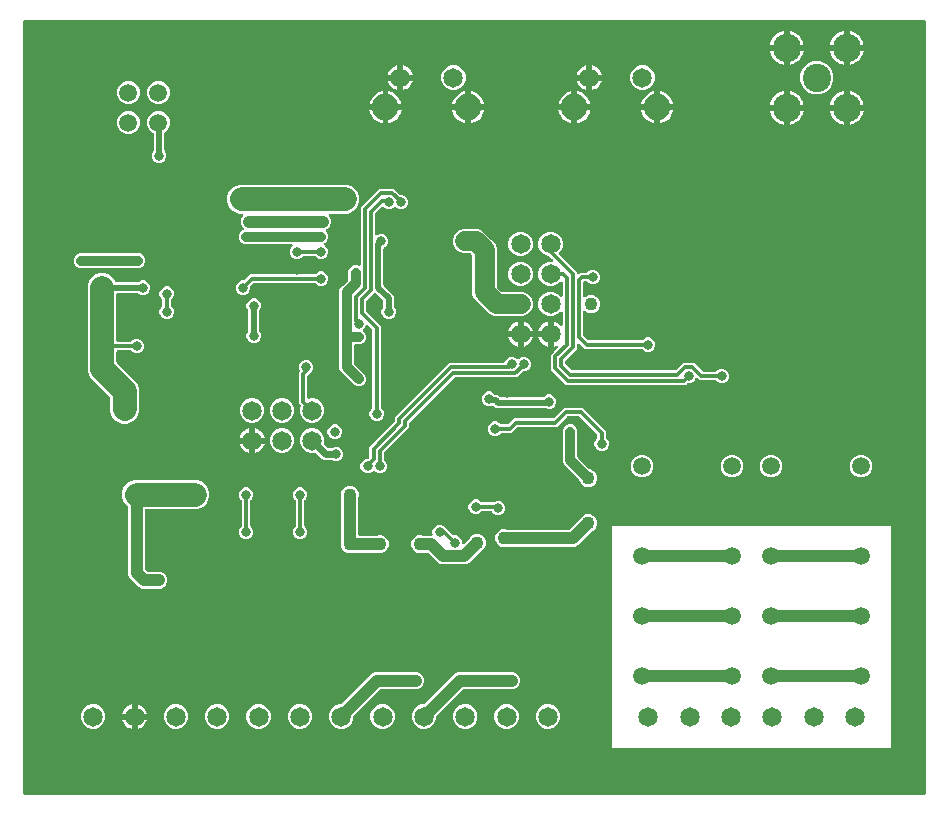
<source format=gbr>
G04 EAGLE Gerber RS-274X export*
G75*
%MOMM*%
%FSLAX34Y34*%
%LPD*%
%INBottom Copper*%
%IPPOS*%
%AMOC8*
5,1,8,0,0,1.08239X$1,22.5*%
G01*
%ADD10C,1.650000*%
%ADD11C,2.400000*%
%ADD12C,1.508000*%
%ADD13C,2.250000*%
%ADD14C,1.006400*%
%ADD15C,0.806400*%
%ADD16C,1.106400*%
%ADD17C,0.304800*%
%ADD18C,0.812800*%
%ADD19C,0.508000*%
%ADD20C,1.651000*%
%ADD21C,1.016000*%
%ADD22C,2.032000*%
%ADD23C,0.609600*%
%ADD24C,0.254000*%

G36*
X760848Y16D02*
X760848Y16D01*
X760967Y23D01*
X761005Y36D01*
X761046Y41D01*
X761156Y84D01*
X761269Y121D01*
X761304Y143D01*
X761341Y158D01*
X761437Y228D01*
X761538Y291D01*
X761566Y321D01*
X761599Y344D01*
X761675Y436D01*
X761756Y523D01*
X761776Y558D01*
X761801Y589D01*
X761852Y697D01*
X761910Y801D01*
X761920Y841D01*
X761937Y877D01*
X761959Y994D01*
X761989Y1109D01*
X761993Y1170D01*
X761997Y1190D01*
X761995Y1210D01*
X761999Y1270D01*
X761999Y652780D01*
X761984Y652898D01*
X761977Y653017D01*
X761964Y653055D01*
X761959Y653096D01*
X761916Y653206D01*
X761879Y653319D01*
X761857Y653354D01*
X761842Y653391D01*
X761773Y653487D01*
X761709Y653588D01*
X761679Y653616D01*
X761656Y653649D01*
X761564Y653725D01*
X761477Y653806D01*
X761442Y653826D01*
X761411Y653851D01*
X761303Y653902D01*
X761199Y653960D01*
X761159Y653970D01*
X761123Y653987D01*
X761006Y654009D01*
X760891Y654039D01*
X760831Y654043D01*
X760811Y654047D01*
X760790Y654045D01*
X760730Y654049D01*
X1270Y654049D01*
X1152Y654034D01*
X1033Y654027D01*
X995Y654014D01*
X954Y654009D01*
X844Y653966D01*
X731Y653929D01*
X696Y653907D01*
X659Y653892D01*
X563Y653823D01*
X462Y653759D01*
X434Y653729D01*
X401Y653706D01*
X326Y653614D01*
X244Y653527D01*
X224Y653492D01*
X199Y653461D01*
X148Y653353D01*
X90Y653249D01*
X80Y653209D01*
X63Y653173D01*
X41Y653056D01*
X11Y652941D01*
X7Y652881D01*
X3Y652861D01*
X5Y652840D01*
X1Y652780D01*
X1Y1270D01*
X16Y1152D01*
X23Y1033D01*
X36Y995D01*
X41Y954D01*
X84Y844D01*
X121Y731D01*
X143Y696D01*
X158Y659D01*
X228Y563D01*
X291Y462D01*
X321Y434D01*
X344Y401D01*
X436Y326D01*
X523Y244D01*
X558Y224D01*
X589Y199D01*
X697Y148D01*
X801Y90D01*
X841Y80D01*
X877Y63D01*
X994Y41D01*
X1109Y11D01*
X1170Y7D01*
X1190Y3D01*
X1210Y5D01*
X1270Y1D01*
X760730Y1D01*
X760848Y16D01*
G37*
%LPC*%
G36*
X497787Y37972D02*
X497787Y37972D01*
X497712Y38047D01*
X497712Y226113D01*
X497787Y226188D01*
X734113Y226188D01*
X734188Y226113D01*
X734188Y38047D01*
X734113Y37972D01*
X497787Y37972D01*
G37*
%LPD*%
%LPC*%
G36*
X458703Y345693D02*
X458703Y345693D01*
X446055Y358341D01*
X446055Y371211D01*
X448511Y373666D01*
X451488Y376644D01*
X451562Y376738D01*
X451641Y376828D01*
X451659Y376863D01*
X451683Y376895D01*
X451731Y377004D01*
X451785Y377111D01*
X451794Y377150D01*
X451810Y377187D01*
X451828Y377305D01*
X451854Y377421D01*
X451853Y377461D01*
X451860Y377501D01*
X451848Y377620D01*
X451845Y377739D01*
X451833Y377777D01*
X451830Y377817D01*
X451789Y377930D01*
X451756Y378045D01*
X451736Y378079D01*
X451722Y378117D01*
X451655Y378216D01*
X451594Y378318D01*
X451566Y378347D01*
X451544Y378380D01*
X451454Y378459D01*
X451370Y378543D01*
X451335Y378564D01*
X451305Y378590D01*
X451198Y378645D01*
X451096Y378706D01*
X451058Y378717D01*
X451022Y378735D01*
X450905Y378761D01*
X450791Y378795D01*
X450751Y378796D01*
X450712Y378805D01*
X450592Y378801D01*
X450473Y378805D01*
X450434Y378796D01*
X450394Y378795D01*
X450279Y378762D01*
X450162Y378736D01*
X450108Y378712D01*
X450088Y378707D01*
X450071Y378696D01*
X450015Y378672D01*
X449912Y378620D01*
X448309Y378099D01*
X448309Y387350D01*
X448294Y387468D01*
X448287Y387587D01*
X448274Y387625D01*
X448269Y387665D01*
X448226Y387776D01*
X448189Y387889D01*
X448167Y387923D01*
X448152Y387961D01*
X448082Y388057D01*
X448019Y388158D01*
X447989Y388186D01*
X447965Y388218D01*
X447874Y388294D01*
X447787Y388376D01*
X447752Y388395D01*
X447721Y388421D01*
X447613Y388472D01*
X447509Y388529D01*
X447469Y388540D01*
X447433Y388557D01*
X447316Y388579D01*
X447201Y388609D01*
X447140Y388613D01*
X447120Y388617D01*
X447100Y388615D01*
X447040Y388619D01*
X445769Y388619D01*
X445769Y388621D01*
X447040Y388621D01*
X447158Y388636D01*
X447277Y388643D01*
X447315Y388656D01*
X447355Y388661D01*
X447466Y388705D01*
X447579Y388741D01*
X447614Y388763D01*
X447651Y388778D01*
X447747Y388848D01*
X447848Y388911D01*
X447876Y388941D01*
X447909Y388965D01*
X447984Y389056D01*
X448066Y389143D01*
X448086Y389178D01*
X448111Y389210D01*
X448162Y389317D01*
X448220Y389422D01*
X448230Y389461D01*
X448247Y389497D01*
X448269Y389614D01*
X448299Y389729D01*
X448303Y389790D01*
X448307Y389810D01*
X448305Y389830D01*
X448309Y389890D01*
X448309Y399141D01*
X449912Y398620D01*
X451426Y397849D01*
X452800Y396851D01*
X453819Y395832D01*
X453928Y395747D01*
X454035Y395658D01*
X454054Y395649D01*
X454070Y395637D01*
X454197Y395582D01*
X454323Y395522D01*
X454343Y395519D01*
X454362Y395511D01*
X454500Y395489D01*
X454636Y395463D01*
X454656Y395464D01*
X454676Y395461D01*
X454815Y395474D01*
X454953Y395482D01*
X454972Y395489D01*
X454992Y395491D01*
X455124Y395538D01*
X455255Y395580D01*
X455273Y395591D01*
X455292Y395598D01*
X455407Y395676D01*
X455524Y395751D01*
X455538Y395765D01*
X455555Y395777D01*
X455647Y395881D01*
X455742Y395982D01*
X455752Y396000D01*
X455765Y396015D01*
X455828Y396139D01*
X455896Y396261D01*
X455901Y396280D01*
X455910Y396298D01*
X455940Y396434D01*
X455975Y396569D01*
X455977Y396597D01*
X455980Y396609D01*
X455979Y396629D01*
X455985Y396729D01*
X455985Y406629D01*
X455968Y406767D01*
X455955Y406905D01*
X455948Y406925D01*
X455945Y406945D01*
X455894Y407074D01*
X455847Y407205D01*
X455836Y407222D01*
X455828Y407240D01*
X455747Y407353D01*
X455669Y407468D01*
X455653Y407481D01*
X455642Y407498D01*
X455534Y407586D01*
X455430Y407678D01*
X455412Y407688D01*
X455397Y407700D01*
X455271Y407760D01*
X455147Y407823D01*
X455127Y407827D01*
X455109Y407836D01*
X454973Y407862D01*
X454837Y407893D01*
X454816Y407892D01*
X454797Y407896D01*
X454658Y407887D01*
X454519Y407883D01*
X454499Y407877D01*
X454479Y407876D01*
X454347Y407833D01*
X454213Y407795D01*
X454196Y407784D01*
X454177Y407778D01*
X454059Y407703D01*
X453939Y407633D01*
X453918Y407614D01*
X453908Y407608D01*
X453894Y407593D01*
X453819Y407527D01*
X451595Y405303D01*
X447815Y403737D01*
X443725Y403737D01*
X439945Y405303D01*
X437053Y408195D01*
X435487Y411975D01*
X435487Y416065D01*
X437053Y419845D01*
X439945Y422737D01*
X443725Y424303D01*
X447815Y424303D01*
X451595Y422737D01*
X453819Y420513D01*
X453928Y420428D01*
X454035Y420340D01*
X454054Y420331D01*
X454070Y420318D01*
X454198Y420263D01*
X454323Y420204D01*
X454343Y420200D01*
X454362Y420192D01*
X454500Y420170D01*
X454636Y420144D01*
X454656Y420145D01*
X454676Y420142D01*
X454815Y420155D01*
X454953Y420164D01*
X454972Y420170D01*
X454992Y420172D01*
X455124Y420219D01*
X455255Y420262D01*
X455273Y420273D01*
X455292Y420280D01*
X455407Y420358D01*
X455524Y420432D01*
X455538Y420447D01*
X455555Y420458D01*
X455647Y420563D01*
X455742Y420664D01*
X455752Y420681D01*
X455765Y420697D01*
X455828Y420820D01*
X455896Y420942D01*
X455901Y420962D01*
X455910Y420980D01*
X455940Y421116D01*
X455975Y421250D01*
X455977Y421278D01*
X455980Y421290D01*
X455979Y421311D01*
X455985Y421411D01*
X455985Y432029D01*
X455968Y432167D01*
X455955Y432305D01*
X455948Y432325D01*
X455945Y432345D01*
X455894Y432474D01*
X455847Y432605D01*
X455836Y432622D01*
X455828Y432640D01*
X455747Y432753D01*
X455669Y432868D01*
X455653Y432881D01*
X455642Y432898D01*
X455534Y432986D01*
X455430Y433078D01*
X455412Y433088D01*
X455397Y433100D01*
X455271Y433160D01*
X455147Y433223D01*
X455127Y433227D01*
X455109Y433236D01*
X454973Y433262D01*
X454837Y433293D01*
X454816Y433292D01*
X454797Y433296D01*
X454658Y433287D01*
X454519Y433283D01*
X454499Y433277D01*
X454479Y433276D01*
X454347Y433233D01*
X454213Y433195D01*
X454196Y433184D01*
X454177Y433178D01*
X454059Y433103D01*
X453939Y433033D01*
X453918Y433014D01*
X453908Y433008D01*
X453894Y432993D01*
X453819Y432927D01*
X451595Y430703D01*
X447815Y429137D01*
X443725Y429137D01*
X439945Y430703D01*
X437053Y433595D01*
X435487Y437375D01*
X435487Y441465D01*
X437053Y445245D01*
X439945Y448137D01*
X443725Y449703D01*
X446443Y449703D01*
X446581Y449720D01*
X446719Y449733D01*
X446739Y449740D01*
X446759Y449743D01*
X446888Y449794D01*
X447019Y449841D01*
X447036Y449852D01*
X447054Y449860D01*
X447167Y449941D01*
X447282Y450019D01*
X447295Y450035D01*
X447312Y450046D01*
X447400Y450154D01*
X447492Y450258D01*
X447502Y450276D01*
X447514Y450291D01*
X447574Y450417D01*
X447637Y450541D01*
X447641Y450561D01*
X447650Y450579D01*
X447676Y450715D01*
X447707Y450851D01*
X447706Y450872D01*
X447710Y450891D01*
X447701Y451030D01*
X447697Y451169D01*
X447691Y451189D01*
X447690Y451209D01*
X447647Y451341D01*
X447609Y451475D01*
X447598Y451492D01*
X447592Y451511D01*
X447517Y451629D01*
X447447Y451749D01*
X447428Y451770D01*
X447422Y451780D01*
X447407Y451794D01*
X447341Y451869D01*
X445045Y454166D01*
X444966Y454226D01*
X444894Y454294D01*
X444841Y454323D01*
X444793Y454360D01*
X444702Y454400D01*
X444616Y454448D01*
X444557Y454463D01*
X444501Y454487D01*
X444403Y454502D01*
X444308Y454527D01*
X444208Y454533D01*
X444187Y454537D01*
X444175Y454535D01*
X444147Y454537D01*
X443725Y454537D01*
X439945Y456103D01*
X437053Y458995D01*
X435487Y462775D01*
X435487Y466865D01*
X437053Y470645D01*
X439945Y473537D01*
X443725Y475103D01*
X447815Y475103D01*
X451595Y473537D01*
X454487Y470645D01*
X456053Y466865D01*
X456053Y462775D01*
X454487Y458995D01*
X453278Y457787D01*
X453205Y457692D01*
X453127Y457603D01*
X453108Y457567D01*
X453084Y457535D01*
X453036Y457426D01*
X452982Y457320D01*
X452973Y457281D01*
X452957Y457243D01*
X452938Y457126D01*
X452912Y457010D01*
X452914Y456969D01*
X452907Y456929D01*
X452918Y456811D01*
X452922Y456692D01*
X452933Y456653D01*
X452937Y456613D01*
X452977Y456500D01*
X453011Y456386D01*
X453031Y456352D01*
X453045Y456313D01*
X453112Y456215D01*
X453172Y456112D01*
X453212Y456067D01*
X453223Y456050D01*
X453239Y456037D01*
X453278Y455992D01*
X468179Y441091D01*
X468179Y440713D01*
X468196Y440575D01*
X468209Y440437D01*
X468216Y440418D01*
X468219Y440397D01*
X468270Y440268D01*
X468317Y440137D01*
X468328Y440120D01*
X468336Y440102D01*
X468417Y439989D01*
X468495Y439874D01*
X468511Y439861D01*
X468522Y439844D01*
X468630Y439756D01*
X468734Y439664D01*
X468752Y439654D01*
X468767Y439642D01*
X468893Y439582D01*
X469017Y439519D01*
X469037Y439515D01*
X469055Y439506D01*
X469192Y439480D01*
X469327Y439449D01*
X469348Y439450D01*
X469367Y439446D01*
X469506Y439455D01*
X469645Y439459D01*
X469665Y439465D01*
X469685Y439466D01*
X469817Y439509D01*
X469951Y439547D01*
X469968Y439558D01*
X469987Y439564D01*
X470105Y439638D01*
X470225Y439709D01*
X470246Y439728D01*
X470256Y439734D01*
X470270Y439749D01*
X470345Y439815D01*
X470967Y440437D01*
X475784Y440437D01*
X475882Y440449D01*
X475981Y440452D01*
X476040Y440469D01*
X476100Y440477D01*
X476192Y440513D01*
X476287Y440541D01*
X476339Y440571D01*
X476395Y440594D01*
X476475Y440652D01*
X476561Y440702D01*
X476636Y440768D01*
X476653Y440780D01*
X476660Y440790D01*
X476682Y440808D01*
X477895Y442021D01*
X480124Y442945D01*
X482536Y442945D01*
X484765Y442021D01*
X486471Y440315D01*
X487395Y438086D01*
X487395Y435674D01*
X486471Y433445D01*
X484765Y431739D01*
X482536Y430815D01*
X480124Y430815D01*
X477895Y431739D01*
X476682Y432952D01*
X476603Y433012D01*
X476531Y433080D01*
X476478Y433109D01*
X476430Y433146D01*
X476339Y433186D01*
X476253Y433234D01*
X476194Y433249D01*
X476139Y433273D01*
X476041Y433288D01*
X475945Y433313D01*
X475845Y433319D01*
X475824Y433323D01*
X475812Y433321D01*
X475784Y433323D01*
X474528Y433323D01*
X474410Y433308D01*
X474291Y433301D01*
X474253Y433288D01*
X474212Y433283D01*
X474102Y433240D01*
X473989Y433203D01*
X473954Y433181D01*
X473917Y433166D01*
X473821Y433097D01*
X473720Y433033D01*
X473692Y433003D01*
X473659Y432980D01*
X473583Y432888D01*
X473502Y432801D01*
X473482Y432766D01*
X473457Y432735D01*
X473406Y432627D01*
X473348Y432523D01*
X473338Y432483D01*
X473321Y432447D01*
X473299Y432330D01*
X473269Y432215D01*
X473265Y432155D01*
X473261Y432135D01*
X473263Y432114D01*
X473259Y432054D01*
X473259Y420981D01*
X473276Y420843D01*
X473289Y420705D01*
X473296Y420686D01*
X473299Y420666D01*
X473350Y420536D01*
X473397Y420405D01*
X473408Y420389D01*
X473416Y420370D01*
X473497Y420257D01*
X473575Y420142D01*
X473591Y420129D01*
X473602Y420113D01*
X473710Y420023D01*
X473814Y419932D01*
X473832Y419923D01*
X473847Y419910D01*
X473973Y419850D01*
X474097Y419787D01*
X474117Y419783D01*
X474135Y419774D01*
X474271Y419748D01*
X474407Y419718D01*
X474428Y419718D01*
X474447Y419714D01*
X474586Y419723D01*
X474725Y419727D01*
X474745Y419733D01*
X474765Y419734D01*
X474897Y419777D01*
X475031Y419816D01*
X475048Y419826D01*
X475067Y419832D01*
X475185Y419906D01*
X475305Y419977D01*
X475326Y419996D01*
X475336Y420002D01*
X475350Y420017D01*
X475426Y420084D01*
X475775Y420433D01*
X478555Y421585D01*
X481565Y421585D01*
X484345Y420433D01*
X486473Y418305D01*
X487625Y415525D01*
X487625Y412515D01*
X486473Y409735D01*
X484345Y407607D01*
X481565Y406455D01*
X478555Y406455D01*
X475775Y407607D01*
X475426Y407956D01*
X475316Y408042D01*
X475209Y408130D01*
X475190Y408139D01*
X475174Y408151D01*
X475046Y408207D01*
X474921Y408266D01*
X474901Y408270D01*
X474882Y408278D01*
X474744Y408300D01*
X474608Y408326D01*
X474588Y408324D01*
X474568Y408328D01*
X474429Y408314D01*
X474291Y408306D01*
X474272Y408300D01*
X474252Y408298D01*
X474121Y408251D01*
X473989Y408208D01*
X473971Y408197D01*
X473952Y408190D01*
X473838Y408112D01*
X473720Y408038D01*
X473706Y408023D01*
X473689Y408012D01*
X473597Y407907D01*
X473502Y407806D01*
X473492Y407788D01*
X473479Y407773D01*
X473416Y407649D01*
X473348Y407528D01*
X473343Y407508D01*
X473334Y407490D01*
X473304Y407354D01*
X473269Y407220D01*
X473267Y407192D01*
X473264Y407180D01*
X473265Y407159D01*
X473259Y407059D01*
X473259Y388277D01*
X473271Y388179D01*
X473274Y388080D01*
X473291Y388022D01*
X473299Y387961D01*
X473335Y387869D01*
X473363Y387774D01*
X473393Y387722D01*
X473416Y387666D01*
X473474Y387586D01*
X473524Y387500D01*
X473590Y387425D01*
X473602Y387408D01*
X473612Y387401D01*
X473630Y387379D01*
X477351Y383658D01*
X477430Y383598D01*
X477502Y383530D01*
X477555Y383501D01*
X477603Y383464D01*
X477694Y383424D01*
X477780Y383376D01*
X477839Y383361D01*
X477895Y383337D01*
X477993Y383322D01*
X478088Y383297D01*
X478188Y383291D01*
X478209Y383287D01*
X478221Y383289D01*
X478249Y383287D01*
X522774Y383287D01*
X522872Y383299D01*
X522971Y383302D01*
X523030Y383319D01*
X523090Y383327D01*
X523182Y383363D01*
X523277Y383391D01*
X523329Y383421D01*
X523385Y383444D01*
X523465Y383502D01*
X523551Y383552D01*
X523626Y383618D01*
X523643Y383630D01*
X523650Y383640D01*
X523672Y383658D01*
X524885Y384871D01*
X527114Y385795D01*
X529526Y385795D01*
X531755Y384871D01*
X533461Y383165D01*
X534385Y380936D01*
X534385Y378524D01*
X533461Y376295D01*
X531755Y374589D01*
X529526Y373665D01*
X527114Y373665D01*
X524885Y374589D01*
X523672Y375802D01*
X523593Y375862D01*
X523521Y375930D01*
X523468Y375959D01*
X523420Y375996D01*
X523329Y376036D01*
X523243Y376084D01*
X523184Y376099D01*
X523129Y376123D01*
X523031Y376138D01*
X522935Y376163D01*
X522835Y376169D01*
X522814Y376173D01*
X522802Y376171D01*
X522774Y376173D01*
X474777Y376173D01*
X470345Y380605D01*
X470236Y380690D01*
X470129Y380778D01*
X470110Y380787D01*
X470094Y380800D01*
X469966Y380855D01*
X469841Y380914D01*
X469821Y380918D01*
X469802Y380926D01*
X469664Y380948D01*
X469528Y380974D01*
X469508Y380973D01*
X469488Y380976D01*
X469349Y380963D01*
X469211Y380954D01*
X469192Y380948D01*
X469172Y380946D01*
X469040Y380899D01*
X468909Y380856D01*
X468891Y380845D01*
X468872Y380838D01*
X468757Y380760D01*
X468640Y380686D01*
X468626Y380671D01*
X468609Y380660D01*
X468517Y380555D01*
X468422Y380454D01*
X468412Y380437D01*
X468399Y380421D01*
X468335Y380297D01*
X468268Y380176D01*
X468263Y380156D01*
X468254Y380138D01*
X468224Y380002D01*
X468189Y379868D01*
X468187Y379840D01*
X468184Y379828D01*
X468185Y379807D01*
X468179Y379707D01*
X468179Y376090D01*
X458620Y366532D01*
X458560Y366453D01*
X458492Y366381D01*
X458463Y366328D01*
X458426Y366280D01*
X458386Y366189D01*
X458338Y366103D01*
X458323Y366044D01*
X458299Y365988D01*
X458284Y365890D01*
X458259Y365795D01*
X458253Y365695D01*
X458249Y365674D01*
X458251Y365662D01*
X458249Y365634D01*
X458249Y363917D01*
X458261Y363819D01*
X458264Y363720D01*
X458281Y363662D01*
X458289Y363601D01*
X458325Y363509D01*
X458353Y363414D01*
X458383Y363362D01*
X458406Y363306D01*
X458464Y363226D01*
X458514Y363140D01*
X458580Y363065D01*
X458592Y363048D01*
X458602Y363041D01*
X458620Y363019D01*
X463381Y358258D01*
X463460Y358198D01*
X463532Y358130D01*
X463585Y358101D01*
X463633Y358064D01*
X463724Y358024D01*
X463810Y357976D01*
X463869Y357961D01*
X463925Y357937D01*
X464023Y357922D01*
X464118Y357897D01*
X464218Y357891D01*
X464239Y357887D01*
X464251Y357889D01*
X464279Y357887D01*
X551150Y357887D01*
X551248Y357899D01*
X551347Y357902D01*
X551405Y357919D01*
X551465Y357927D01*
X551558Y357963D01*
X551653Y357991D01*
X551705Y358021D01*
X551761Y358044D01*
X551841Y358102D01*
X551927Y358152D01*
X552002Y358218D01*
X552019Y358230D01*
X552026Y358240D01*
X552047Y358258D01*
X557994Y364205D01*
X567226Y364205D01*
X574443Y356988D01*
X574521Y356928D01*
X574593Y356860D01*
X574646Y356831D01*
X574694Y356794D01*
X574785Y356754D01*
X574871Y356706D01*
X574930Y356691D01*
X574986Y356667D01*
X575084Y356652D01*
X575179Y356627D01*
X575279Y356621D01*
X575300Y356617D01*
X575312Y356619D01*
X575340Y356617D01*
X585004Y356617D01*
X585102Y356629D01*
X585201Y356632D01*
X585260Y356649D01*
X585320Y356657D01*
X585412Y356693D01*
X585507Y356721D01*
X585559Y356751D01*
X585615Y356774D01*
X585695Y356832D01*
X585781Y356882D01*
X585856Y356948D01*
X585873Y356960D01*
X585880Y356970D01*
X585902Y356988D01*
X587115Y358201D01*
X589344Y359125D01*
X591756Y359125D01*
X593985Y358201D01*
X595691Y356495D01*
X596615Y354266D01*
X596615Y351854D01*
X595691Y349625D01*
X593985Y347919D01*
X591756Y346995D01*
X589344Y346995D01*
X587115Y347919D01*
X585902Y349132D01*
X585823Y349192D01*
X585751Y349260D01*
X585698Y349289D01*
X585650Y349326D01*
X585559Y349366D01*
X585473Y349414D01*
X585414Y349429D01*
X585359Y349453D01*
X585261Y349468D01*
X585165Y349493D01*
X585065Y349499D01*
X585044Y349503D01*
X585032Y349501D01*
X585004Y349503D01*
X571868Y349503D01*
X570265Y351106D01*
X570225Y351137D01*
X570192Y351174D01*
X570100Y351234D01*
X570013Y351301D01*
X569968Y351321D01*
X569926Y351348D01*
X569823Y351384D01*
X569722Y351428D01*
X569673Y351435D01*
X569626Y351452D01*
X569516Y351460D01*
X569408Y351477D01*
X569358Y351473D01*
X569309Y351477D01*
X569200Y351458D01*
X569091Y351448D01*
X569044Y351431D01*
X568995Y351422D01*
X568895Y351377D01*
X568792Y351340D01*
X568750Y351312D01*
X568705Y351292D01*
X568619Y351223D01*
X568529Y351161D01*
X568496Y351124D01*
X568457Y351093D01*
X568391Y351005D01*
X568318Y350923D01*
X568295Y350879D01*
X568266Y350839D01*
X568195Y350695D01*
X567751Y349625D01*
X566045Y347919D01*
X563816Y346995D01*
X562101Y346995D01*
X562003Y346983D01*
X561904Y346980D01*
X561846Y346963D01*
X561785Y346955D01*
X561693Y346919D01*
X561598Y346891D01*
X561546Y346861D01*
X561490Y346838D01*
X561410Y346780D01*
X561324Y346730D01*
X561249Y346664D01*
X561232Y346652D01*
X561225Y346642D01*
X561203Y346624D01*
X560273Y345693D01*
X458703Y345693D01*
G37*
%LPD*%
%LPC*%
G36*
X229934Y452405D02*
X229934Y452405D01*
X227705Y453329D01*
X225999Y455035D01*
X225075Y457264D01*
X225075Y459676D01*
X225999Y461905D01*
X227000Y462907D01*
X227084Y463016D01*
X227174Y463123D01*
X227182Y463142D01*
X227195Y463158D01*
X227250Y463285D01*
X227309Y463411D01*
X227313Y463431D01*
X227321Y463450D01*
X227343Y463588D01*
X227369Y463724D01*
X227368Y463744D01*
X227371Y463764D01*
X227358Y463903D01*
X227349Y464041D01*
X227343Y464060D01*
X227341Y464080D01*
X227294Y464211D01*
X227251Y464343D01*
X227240Y464361D01*
X227233Y464380D01*
X227155Y464494D01*
X227081Y464612D01*
X227066Y464626D01*
X227055Y464643D01*
X226951Y464735D01*
X226849Y464830D01*
X226832Y464840D01*
X226816Y464853D01*
X226693Y464916D01*
X226571Y464984D01*
X226551Y464989D01*
X226533Y464998D01*
X226397Y465028D01*
X226263Y465063D01*
X226235Y465065D01*
X226223Y465068D01*
X226202Y465067D01*
X226102Y465073D01*
X186747Y465073D01*
X184506Y466001D01*
X182791Y467716D01*
X181863Y469957D01*
X181863Y472383D01*
X182791Y474624D01*
X184506Y476339D01*
X185202Y476627D01*
X185245Y476651D01*
X185292Y476668D01*
X185383Y476730D01*
X185479Y476784D01*
X185514Y476819D01*
X185555Y476847D01*
X185628Y476929D01*
X185707Y477006D01*
X185733Y477048D01*
X185766Y477085D01*
X185816Y477183D01*
X185873Y477277D01*
X185888Y477324D01*
X185911Y477369D01*
X185935Y477476D01*
X185967Y477581D01*
X185969Y477630D01*
X185980Y477679D01*
X185977Y477789D01*
X185982Y477898D01*
X185972Y477947D01*
X185971Y477997D01*
X185940Y478102D01*
X185918Y478210D01*
X185896Y478255D01*
X185882Y478302D01*
X185826Y478397D01*
X185778Y478496D01*
X185746Y478533D01*
X185721Y478576D01*
X185614Y478697D01*
X184470Y479841D01*
X183387Y482455D01*
X183387Y485285D01*
X184470Y487899D01*
X185132Y488561D01*
X185217Y488670D01*
X185306Y488777D01*
X185314Y488796D01*
X185327Y488812D01*
X185382Y488940D01*
X185441Y489065D01*
X185445Y489085D01*
X185453Y489104D01*
X185475Y489242D01*
X185501Y489378D01*
X185500Y489398D01*
X185503Y489418D01*
X185490Y489557D01*
X185481Y489695D01*
X185475Y489714D01*
X185473Y489734D01*
X185426Y489865D01*
X185383Y489997D01*
X185372Y490015D01*
X185365Y490034D01*
X185287Y490148D01*
X185213Y490266D01*
X185198Y490280D01*
X185187Y490297D01*
X185083Y490389D01*
X184981Y490484D01*
X184963Y490494D01*
X184948Y490507D01*
X184825Y490570D01*
X184703Y490638D01*
X184683Y490643D01*
X184665Y490652D01*
X184529Y490682D01*
X184395Y490717D01*
X184367Y490719D01*
X184355Y490722D01*
X184334Y490721D01*
X184234Y490727D01*
X181725Y490727D01*
X177243Y492583D01*
X173813Y496013D01*
X171957Y500495D01*
X171957Y505345D01*
X173813Y509827D01*
X177243Y513257D01*
X181725Y515113D01*
X274205Y515113D01*
X278687Y513257D01*
X282117Y509827D01*
X283973Y505345D01*
X283973Y500495D01*
X282117Y496013D01*
X278687Y492583D01*
X274205Y490727D01*
X258996Y490727D01*
X258858Y490710D01*
X258719Y490697D01*
X258700Y490690D01*
X258680Y490687D01*
X258551Y490636D01*
X258420Y490589D01*
X258403Y490578D01*
X258385Y490570D01*
X258272Y490489D01*
X258157Y490411D01*
X258144Y490395D01*
X258127Y490384D01*
X258038Y490276D01*
X257947Y490172D01*
X257937Y490154D01*
X257924Y490139D01*
X257865Y490013D01*
X257802Y489889D01*
X257798Y489869D01*
X257789Y489851D01*
X257763Y489714D01*
X257732Y489579D01*
X257733Y489558D01*
X257729Y489539D01*
X257738Y489400D01*
X257742Y489261D01*
X257748Y489241D01*
X257749Y489221D01*
X257792Y489089D01*
X257830Y488955D01*
X257841Y488938D01*
X257847Y488919D01*
X257921Y488801D01*
X257992Y488681D01*
X258011Y488660D01*
X258017Y488650D01*
X258032Y488636D01*
X258098Y488561D01*
X258760Y487899D01*
X259843Y485285D01*
X259843Y482455D01*
X258760Y479841D01*
X256759Y477840D01*
X256147Y477587D01*
X256104Y477562D01*
X256057Y477545D01*
X255966Y477484D01*
X255871Y477429D01*
X255835Y477395D01*
X255794Y477367D01*
X255721Y477284D01*
X255643Y477208D01*
X255617Y477166D01*
X255584Y477128D01*
X255534Y477031D01*
X255476Y476937D01*
X255462Y476889D01*
X255439Y476845D01*
X255415Y476738D01*
X255383Y476633D01*
X255380Y476583D01*
X255369Y476535D01*
X255373Y476425D01*
X255368Y476315D01*
X255378Y476267D01*
X255379Y476217D01*
X255410Y476111D01*
X255432Y476004D01*
X255454Y475959D01*
X255468Y475911D01*
X255523Y475817D01*
X255572Y475718D01*
X255604Y475680D01*
X255629Y475637D01*
X255735Y475517D01*
X256629Y474624D01*
X257557Y472383D01*
X257557Y469957D01*
X256629Y467716D01*
X254914Y466001D01*
X254850Y465975D01*
X254730Y465906D01*
X254607Y465841D01*
X254592Y465828D01*
X254574Y465818D01*
X254474Y465721D01*
X254371Y465627D01*
X254360Y465611D01*
X254346Y465597D01*
X254273Y465478D01*
X254197Y465362D01*
X254190Y465343D01*
X254180Y465325D01*
X254139Y465192D01*
X254093Y465061D01*
X254092Y465041D01*
X254086Y465021D01*
X254079Y464882D01*
X254068Y464744D01*
X254072Y464724D01*
X254071Y464704D01*
X254099Y464567D01*
X254123Y464430D01*
X254131Y464412D01*
X254135Y464392D01*
X254196Y464268D01*
X254253Y464141D01*
X254266Y464125D01*
X254275Y464107D01*
X254365Y464001D01*
X254452Y463892D01*
X254468Y463880D01*
X254481Y463865D01*
X254595Y463784D01*
X254706Y463701D01*
X254731Y463689D01*
X254741Y463682D01*
X254760Y463674D01*
X254851Y463630D01*
X254895Y463611D01*
X256601Y461905D01*
X257525Y459676D01*
X257525Y457264D01*
X256601Y455035D01*
X254895Y453329D01*
X252666Y452405D01*
X250254Y452405D01*
X248025Y453329D01*
X246812Y454542D01*
X246733Y454602D01*
X246661Y454670D01*
X246608Y454699D01*
X246560Y454736D01*
X246469Y454776D01*
X246383Y454824D01*
X246324Y454839D01*
X246269Y454863D01*
X246171Y454878D01*
X246075Y454903D01*
X245975Y454909D01*
X245954Y454913D01*
X245942Y454911D01*
X245914Y454913D01*
X236686Y454913D01*
X236588Y454901D01*
X236489Y454898D01*
X236430Y454881D01*
X236370Y454873D01*
X236278Y454837D01*
X236183Y454809D01*
X236131Y454779D01*
X236075Y454756D01*
X235995Y454698D01*
X235909Y454648D01*
X235834Y454582D01*
X235817Y454570D01*
X235810Y454560D01*
X235788Y454542D01*
X234575Y453329D01*
X232346Y452405D01*
X229934Y452405D01*
G37*
%LPD*%
%LPC*%
G36*
X297244Y315245D02*
X297244Y315245D01*
X295015Y316169D01*
X293309Y317875D01*
X292385Y320104D01*
X292385Y322516D01*
X293309Y324745D01*
X294522Y325958D01*
X294582Y326037D01*
X294650Y326109D01*
X294679Y326162D01*
X294716Y326210D01*
X294756Y326301D01*
X294804Y326387D01*
X294819Y326446D01*
X294843Y326501D01*
X294858Y326599D01*
X294883Y326695D01*
X294889Y326795D01*
X294893Y326816D01*
X294891Y326828D01*
X294893Y326856D01*
X294893Y391701D01*
X294881Y391799D01*
X294878Y391898D01*
X294861Y391956D01*
X294853Y392017D01*
X294817Y392109D01*
X294789Y392204D01*
X294759Y392256D01*
X294736Y392312D01*
X294678Y392392D01*
X294628Y392478D01*
X294562Y392553D01*
X294550Y392570D01*
X294540Y392577D01*
X294522Y392599D01*
X291069Y396051D01*
X291030Y396081D01*
X290997Y396118D01*
X290905Y396178D01*
X290818Y396246D01*
X290772Y396265D01*
X290731Y396293D01*
X290627Y396328D01*
X290526Y396372D01*
X290477Y396380D01*
X290430Y396396D01*
X290321Y396404D01*
X290212Y396422D01*
X290163Y396417D01*
X290113Y396421D01*
X290005Y396402D01*
X289896Y396392D01*
X289849Y396375D01*
X289800Y396367D01*
X289700Y396321D01*
X289596Y396284D01*
X289555Y396256D01*
X289510Y396236D01*
X289424Y396167D01*
X289333Y396106D01*
X289300Y396068D01*
X289261Y396037D01*
X289195Y395950D01*
X289123Y395867D01*
X289100Y395823D01*
X289070Y395783D01*
X288999Y395639D01*
X288351Y394075D01*
X286992Y392715D01*
X286919Y392621D01*
X286840Y392532D01*
X286822Y392496D01*
X286797Y392464D01*
X286750Y392354D01*
X286696Y392249D01*
X286687Y392209D01*
X286671Y392172D01*
X286652Y392054D01*
X286626Y391938D01*
X286627Y391898D01*
X286621Y391858D01*
X286632Y391739D01*
X286636Y391620D01*
X286647Y391582D01*
X286651Y391541D01*
X286691Y391429D01*
X286724Y391315D01*
X286745Y391280D01*
X286758Y391242D01*
X286825Y391143D01*
X286886Y391041D01*
X286925Y390996D01*
X286937Y390979D01*
X286952Y390965D01*
X286992Y390920D01*
X288379Y389534D01*
X289307Y387293D01*
X289307Y384867D01*
X288379Y382626D01*
X286664Y380911D01*
X284423Y379983D01*
X280416Y379983D01*
X280298Y379968D01*
X280179Y379961D01*
X280141Y379948D01*
X280100Y379943D01*
X279990Y379900D01*
X279877Y379863D01*
X279842Y379841D01*
X279805Y379826D01*
X279709Y379757D01*
X279608Y379693D01*
X279580Y379663D01*
X279547Y379640D01*
X279471Y379548D01*
X279390Y379461D01*
X279370Y379426D01*
X279345Y379395D01*
X279294Y379287D01*
X279236Y379183D01*
X279226Y379143D01*
X279209Y379107D01*
X279187Y378990D01*
X279157Y378875D01*
X279153Y378815D01*
X279149Y378795D01*
X279151Y378774D01*
X279147Y378714D01*
X279147Y363731D01*
X279159Y363633D01*
X279162Y363534D01*
X279179Y363476D01*
X279187Y363416D01*
X279223Y363323D01*
X279251Y363228D01*
X279281Y363176D01*
X279304Y363120D01*
X279362Y363040D01*
X279412Y362954D01*
X279478Y362879D01*
X279490Y362863D01*
X279500Y362855D01*
X279518Y362834D01*
X288379Y353974D01*
X289307Y351733D01*
X289307Y349307D01*
X288379Y347066D01*
X286664Y345351D01*
X284423Y344423D01*
X281997Y344423D01*
X279756Y345351D01*
X269775Y355333D01*
X267881Y357226D01*
X266953Y359467D01*
X266953Y425393D01*
X267881Y427634D01*
X269775Y429527D01*
X274202Y433954D01*
X274262Y434032D01*
X274330Y434104D01*
X274359Y434157D01*
X274396Y434205D01*
X274436Y434296D01*
X274484Y434382D01*
X274499Y434441D01*
X274523Y434497D01*
X274538Y434595D01*
X274563Y434690D01*
X274569Y434790D01*
X274573Y434811D01*
X274571Y434823D01*
X274573Y434851D01*
X274573Y441903D01*
X275501Y444144D01*
X277216Y445859D01*
X279457Y446787D01*
X281883Y446787D01*
X283232Y446228D01*
X283280Y446215D01*
X283325Y446193D01*
X283433Y446173D01*
X283539Y446144D01*
X283589Y446143D01*
X283638Y446134D01*
X283747Y446140D01*
X283857Y446139D01*
X283905Y446150D01*
X283955Y446153D01*
X284059Y446187D01*
X284166Y446213D01*
X284210Y446236D01*
X284257Y446251D01*
X284350Y446310D01*
X284447Y446362D01*
X284484Y446395D01*
X284526Y446422D01*
X284601Y446502D01*
X284683Y446575D01*
X284710Y446617D01*
X284744Y446653D01*
X284797Y446749D01*
X284857Y446841D01*
X284874Y446888D01*
X284898Y446932D01*
X284925Y447038D01*
X284961Y447142D01*
X284965Y447192D01*
X284977Y447240D01*
X284987Y447400D01*
X284987Y495757D01*
X300755Y511525D01*
X313226Y511525D01*
X317935Y506816D01*
X318013Y506756D01*
X318085Y506688D01*
X318138Y506659D01*
X318186Y506622D01*
X318277Y506582D01*
X318363Y506534D01*
X318422Y506519D01*
X318478Y506495D01*
X318576Y506480D01*
X318671Y506455D01*
X318771Y506449D01*
X318792Y506445D01*
X318804Y506447D01*
X318832Y506445D01*
X319976Y506445D01*
X322205Y505521D01*
X323911Y503815D01*
X324835Y501586D01*
X324835Y499174D01*
X323911Y496945D01*
X322205Y495239D01*
X319976Y494315D01*
X317564Y494315D01*
X315335Y495239D01*
X314588Y495986D01*
X314494Y496059D01*
X314404Y496137D01*
X314368Y496156D01*
X314336Y496181D01*
X314227Y496228D01*
X314121Y496282D01*
X314082Y496291D01*
X314044Y496307D01*
X313927Y496326D01*
X313811Y496352D01*
X313770Y496350D01*
X313730Y496357D01*
X313612Y496346D01*
X313493Y496342D01*
X313454Y496331D01*
X313414Y496327D01*
X313301Y496287D01*
X313187Y496254D01*
X313153Y496233D01*
X313114Y496219D01*
X313016Y496153D01*
X312913Y496092D01*
X312868Y496052D01*
X312851Y496041D01*
X312838Y496026D01*
X312793Y495986D01*
X312045Y495239D01*
X309816Y494315D01*
X307404Y494315D01*
X305175Y495239D01*
X304341Y496072D01*
X304247Y496145D01*
X304158Y496224D01*
X304122Y496242D01*
X304090Y496267D01*
X303980Y496314D01*
X303875Y496368D01*
X303835Y496377D01*
X303798Y496393D01*
X303680Y496412D01*
X303564Y496438D01*
X303524Y496437D01*
X303484Y496443D01*
X303365Y496432D01*
X303246Y496428D01*
X303208Y496417D01*
X303167Y496413D01*
X303055Y496373D01*
X302941Y496340D01*
X302906Y496319D01*
X302868Y496306D01*
X302769Y496239D01*
X302667Y496178D01*
X302622Y496139D01*
X302605Y496127D01*
X302591Y496112D01*
X302546Y496072D01*
X297552Y491078D01*
X297492Y491000D01*
X297424Y490928D01*
X297395Y490875D01*
X297358Y490827D01*
X297318Y490736D01*
X297270Y490649D01*
X297255Y490591D01*
X297231Y490535D01*
X297216Y490437D01*
X297191Y490341D01*
X297185Y490241D01*
X297181Y490221D01*
X297183Y490209D01*
X297181Y490181D01*
X297181Y473720D01*
X297187Y473671D01*
X297185Y473621D01*
X297207Y473514D01*
X297221Y473405D01*
X297239Y473358D01*
X297249Y473310D01*
X297297Y473211D01*
X297338Y473109D01*
X297367Y473069D01*
X297389Y473024D01*
X297460Y472940D01*
X297524Y472852D01*
X297563Y472820D01*
X297595Y472782D01*
X297685Y472719D01*
X297769Y472649D01*
X297814Y472628D01*
X297855Y472599D01*
X297958Y472560D01*
X298057Y472513D01*
X298106Y472504D01*
X298152Y472486D01*
X298262Y472474D01*
X298369Y472453D01*
X298419Y472456D01*
X298468Y472451D01*
X298577Y472466D01*
X298687Y472473D01*
X298734Y472488D01*
X298783Y472495D01*
X298936Y472547D01*
X301054Y473425D01*
X303466Y473425D01*
X305695Y472501D01*
X307401Y470795D01*
X308325Y468566D01*
X308325Y466154D01*
X307401Y463925D01*
X305695Y462219D01*
X305076Y461962D01*
X305051Y461947D01*
X305023Y461938D01*
X304913Y461869D01*
X304800Y461805D01*
X304779Y461784D01*
X304754Y461768D01*
X304665Y461674D01*
X304572Y461583D01*
X304556Y461558D01*
X304536Y461537D01*
X304473Y461423D01*
X304405Y461312D01*
X304397Y461284D01*
X304382Y461258D01*
X304350Y461132D01*
X304312Y461008D01*
X304310Y460979D01*
X304303Y460950D01*
X304293Y460789D01*
X304293Y430410D01*
X304305Y430312D01*
X304308Y430213D01*
X304325Y430154D01*
X304333Y430094D01*
X304369Y430002D01*
X304397Y429907D01*
X304427Y429855D01*
X304450Y429799D01*
X304508Y429719D01*
X304558Y429633D01*
X304624Y429558D01*
X304636Y429541D01*
X304646Y429533D01*
X304664Y429512D01*
X313183Y420994D01*
X313183Y412200D01*
X313195Y412102D01*
X313198Y412003D01*
X313215Y411944D01*
X313223Y411884D01*
X313259Y411792D01*
X313287Y411697D01*
X313317Y411645D01*
X313340Y411589D01*
X313398Y411509D01*
X313448Y411423D01*
X313514Y411348D01*
X313526Y411331D01*
X313536Y411324D01*
X313554Y411302D01*
X313751Y411105D01*
X314675Y408876D01*
X314675Y406464D01*
X313751Y404235D01*
X312045Y402529D01*
X309816Y401605D01*
X307404Y401605D01*
X305175Y402529D01*
X303469Y404235D01*
X302545Y406464D01*
X302545Y408876D01*
X303469Y411105D01*
X303666Y411302D01*
X303726Y411381D01*
X303794Y411453D01*
X303823Y411506D01*
X303860Y411554D01*
X303900Y411645D01*
X303948Y411731D01*
X303963Y411790D01*
X303987Y411845D01*
X304002Y411943D01*
X304027Y412039D01*
X304033Y412139D01*
X304037Y412160D01*
X304035Y412172D01*
X304037Y412200D01*
X304037Y416680D01*
X304025Y416778D01*
X304022Y416877D01*
X304005Y416936D01*
X303997Y416996D01*
X303961Y417088D01*
X303933Y417183D01*
X303903Y417235D01*
X303880Y417291D01*
X303822Y417371D01*
X303772Y417457D01*
X303706Y417532D01*
X303694Y417549D01*
X303684Y417557D01*
X303666Y417578D01*
X298198Y423045D01*
X298001Y423242D01*
X297907Y423315D01*
X297818Y423394D01*
X297782Y423412D01*
X297750Y423437D01*
X297640Y423484D01*
X297534Y423539D01*
X297495Y423547D01*
X297458Y423564D01*
X297340Y423582D01*
X297224Y423608D01*
X297184Y423607D01*
X297144Y423613D01*
X297026Y423602D01*
X296906Y423599D01*
X296867Y423587D01*
X296827Y423584D01*
X296715Y423543D01*
X296601Y423510D01*
X296566Y423490D01*
X296528Y423476D01*
X296429Y423409D01*
X296327Y423349D01*
X296282Y423309D01*
X296265Y423297D01*
X296251Y423282D01*
X296206Y423242D01*
X289932Y416969D01*
X289872Y416890D01*
X289804Y416818D01*
X289775Y416765D01*
X289738Y416717D01*
X289698Y416627D01*
X289650Y416540D01*
X289635Y416481D01*
X289611Y416426D01*
X289596Y416328D01*
X289571Y416232D01*
X289565Y416132D01*
X289561Y416112D01*
X289563Y416099D01*
X289561Y416071D01*
X289561Y408145D01*
X289573Y408047D01*
X289576Y407948D01*
X289593Y407890D01*
X289601Y407829D01*
X289637Y407737D01*
X289665Y407642D01*
X289695Y407590D01*
X289718Y407534D01*
X289776Y407454D01*
X289826Y407368D01*
X289892Y407293D01*
X289904Y407276D01*
X289914Y407269D01*
X289932Y407247D01*
X302007Y395173D01*
X302007Y326856D01*
X302019Y326758D01*
X302022Y326659D01*
X302039Y326600D01*
X302047Y326540D01*
X302083Y326448D01*
X302111Y326353D01*
X302141Y326301D01*
X302164Y326245D01*
X302222Y326165D01*
X302272Y326079D01*
X302338Y326004D01*
X302350Y325987D01*
X302360Y325980D01*
X302378Y325958D01*
X303591Y324745D01*
X304515Y322516D01*
X304515Y320104D01*
X303591Y317875D01*
X301885Y316169D01*
X299656Y315245D01*
X297244Y315245D01*
G37*
%LPD*%
%LPC*%
G36*
X82665Y312927D02*
X82665Y312927D01*
X78183Y314783D01*
X74753Y318213D01*
X72897Y322695D01*
X72897Y334784D01*
X72885Y334882D01*
X72882Y334981D01*
X72865Y335039D01*
X72857Y335099D01*
X72821Y335191D01*
X72793Y335287D01*
X72763Y335339D01*
X72740Y335395D01*
X72682Y335475D01*
X72632Y335561D01*
X72566Y335636D01*
X72554Y335652D01*
X72544Y335660D01*
X72526Y335681D01*
X55703Y352503D01*
X53847Y356985D01*
X53847Y430415D01*
X55703Y434897D01*
X59133Y438327D01*
X63615Y440183D01*
X68465Y440183D01*
X72947Y438327D01*
X76377Y434897D01*
X77019Y433346D01*
X77033Y433321D01*
X77042Y433293D01*
X77112Y433183D01*
X77176Y433070D01*
X77197Y433049D01*
X77213Y433024D01*
X77307Y432935D01*
X77397Y432842D01*
X77423Y432826D01*
X77444Y432806D01*
X77558Y432743D01*
X77669Y432675D01*
X77697Y432667D01*
X77723Y432652D01*
X77848Y432620D01*
X77973Y432582D01*
X78002Y432580D01*
X78031Y432573D01*
X78191Y432563D01*
X95800Y432563D01*
X95898Y432575D01*
X95997Y432578D01*
X96056Y432595D01*
X96116Y432603D01*
X96208Y432639D01*
X96303Y432667D01*
X96355Y432697D01*
X96411Y432720D01*
X96491Y432778D01*
X96577Y432828D01*
X96652Y432894D01*
X96669Y432906D01*
X96676Y432916D01*
X96698Y432934D01*
X96895Y433131D01*
X99124Y434055D01*
X101536Y434055D01*
X103765Y433131D01*
X105471Y431425D01*
X106395Y429196D01*
X106395Y426784D01*
X105471Y424555D01*
X103765Y422849D01*
X101536Y421925D01*
X99124Y421925D01*
X96895Y422849D01*
X96698Y423046D01*
X96619Y423106D01*
X96547Y423174D01*
X96494Y423203D01*
X96446Y423240D01*
X96355Y423280D01*
X96269Y423328D01*
X96210Y423343D01*
X96155Y423367D01*
X96057Y423382D01*
X95961Y423407D01*
X95861Y423413D01*
X95840Y423417D01*
X95828Y423415D01*
X95800Y423417D01*
X79502Y423417D01*
X79384Y423402D01*
X79265Y423395D01*
X79227Y423382D01*
X79186Y423377D01*
X79076Y423334D01*
X78963Y423297D01*
X78928Y423275D01*
X78891Y423260D01*
X78795Y423191D01*
X78694Y423127D01*
X78666Y423097D01*
X78633Y423074D01*
X78557Y422982D01*
X78476Y422895D01*
X78456Y422860D01*
X78431Y422829D01*
X78380Y422721D01*
X78322Y422617D01*
X78312Y422577D01*
X78295Y422541D01*
X78273Y422424D01*
X78243Y422309D01*
X78239Y422249D01*
X78235Y422229D01*
X78237Y422208D01*
X78233Y422148D01*
X78233Y383286D01*
X78248Y383168D01*
X78255Y383049D01*
X78268Y383011D01*
X78273Y382970D01*
X78316Y382860D01*
X78353Y382747D01*
X78375Y382712D01*
X78390Y382675D01*
X78459Y382579D01*
X78523Y382478D01*
X78553Y382450D01*
X78576Y382417D01*
X78668Y382341D01*
X78755Y382260D01*
X78790Y382240D01*
X78821Y382215D01*
X78929Y382164D01*
X79033Y382106D01*
X79073Y382096D01*
X79109Y382079D01*
X79226Y382057D01*
X79341Y382027D01*
X79401Y382023D01*
X79421Y382019D01*
X79442Y382021D01*
X79502Y382017D01*
X89704Y382017D01*
X89802Y382029D01*
X89901Y382032D01*
X89960Y382049D01*
X90020Y382057D01*
X90112Y382093D01*
X90207Y382121D01*
X90259Y382151D01*
X90315Y382174D01*
X90395Y382232D01*
X90481Y382282D01*
X90556Y382348D01*
X90573Y382360D01*
X90580Y382370D01*
X90602Y382388D01*
X91815Y383601D01*
X94044Y384525D01*
X96456Y384525D01*
X98685Y383601D01*
X100391Y381895D01*
X101315Y379666D01*
X101315Y377254D01*
X100391Y375025D01*
X98685Y373319D01*
X96456Y372395D01*
X94044Y372395D01*
X91815Y373319D01*
X90602Y374532D01*
X90523Y374592D01*
X90451Y374660D01*
X90398Y374689D01*
X90350Y374726D01*
X90259Y374766D01*
X90173Y374814D01*
X90114Y374829D01*
X90059Y374853D01*
X89961Y374868D01*
X89865Y374893D01*
X89765Y374899D01*
X89744Y374903D01*
X89732Y374901D01*
X89704Y374903D01*
X79502Y374903D01*
X79384Y374888D01*
X79265Y374881D01*
X79227Y374868D01*
X79186Y374863D01*
X79076Y374820D01*
X78963Y374783D01*
X78928Y374761D01*
X78891Y374746D01*
X78795Y374677D01*
X78694Y374613D01*
X78666Y374583D01*
X78633Y374560D01*
X78557Y374468D01*
X78476Y374381D01*
X78456Y374346D01*
X78431Y374315D01*
X78380Y374207D01*
X78322Y374103D01*
X78312Y374063D01*
X78295Y374027D01*
X78273Y373910D01*
X78243Y373795D01*
X78239Y373735D01*
X78235Y373715D01*
X78237Y373694D01*
X78233Y373634D01*
X78233Y364986D01*
X78245Y364888D01*
X78248Y364789D01*
X78265Y364731D01*
X78273Y364671D01*
X78309Y364579D01*
X78337Y364483D01*
X78367Y364431D01*
X78390Y364375D01*
X78448Y364295D01*
X78498Y364209D01*
X78564Y364134D01*
X78576Y364118D01*
X78586Y364110D01*
X78604Y364089D01*
X95427Y347267D01*
X97283Y342785D01*
X97283Y322695D01*
X95427Y318213D01*
X91997Y314783D01*
X87515Y312927D01*
X82665Y312927D01*
G37*
%LPD*%
%LPC*%
G36*
X100185Y173227D02*
X100185Y173227D01*
X97571Y174310D01*
X89220Y182661D01*
X88137Y185275D01*
X88137Y242074D01*
X88125Y242172D01*
X88122Y242271D01*
X88105Y242329D01*
X88097Y242389D01*
X88061Y242481D01*
X88033Y242577D01*
X88003Y242629D01*
X87980Y242685D01*
X87922Y242765D01*
X87872Y242851D01*
X87806Y242926D01*
X87794Y242942D01*
X87784Y242950D01*
X87766Y242971D01*
X84913Y245823D01*
X83057Y250305D01*
X83057Y255155D01*
X84913Y259637D01*
X88343Y263067D01*
X92825Y264923D01*
X147205Y264923D01*
X151687Y263067D01*
X155117Y259637D01*
X156973Y255155D01*
X156973Y250305D01*
X155117Y245823D01*
X151687Y242393D01*
X147205Y240537D01*
X103632Y240537D01*
X103514Y240522D01*
X103395Y240515D01*
X103357Y240502D01*
X103316Y240497D01*
X103206Y240454D01*
X103093Y240417D01*
X103058Y240395D01*
X103021Y240380D01*
X102925Y240311D01*
X102824Y240247D01*
X102796Y240217D01*
X102763Y240194D01*
X102687Y240102D01*
X102606Y240015D01*
X102586Y239980D01*
X102561Y239949D01*
X102510Y239841D01*
X102452Y239737D01*
X102442Y239697D01*
X102425Y239661D01*
X102403Y239544D01*
X102373Y239429D01*
X102369Y239369D01*
X102365Y239349D01*
X102367Y239328D01*
X102363Y239268D01*
X102363Y190162D01*
X102375Y190064D01*
X102378Y189965D01*
X102395Y189906D01*
X102403Y189846D01*
X102439Y189754D01*
X102467Y189659D01*
X102497Y189607D01*
X102520Y189551D01*
X102578Y189471D01*
X102628Y189385D01*
X102694Y189310D01*
X102706Y189293D01*
X102716Y189286D01*
X102734Y189264D01*
X104174Y187824D01*
X104253Y187764D01*
X104325Y187696D01*
X104378Y187667D01*
X104426Y187630D01*
X104517Y187590D01*
X104603Y187542D01*
X104662Y187527D01*
X104718Y187503D01*
X104816Y187488D01*
X104911Y187463D01*
X105011Y187457D01*
X105032Y187453D01*
X105044Y187455D01*
X105072Y187453D01*
X115715Y187453D01*
X118329Y186370D01*
X120330Y184369D01*
X121413Y181755D01*
X121413Y178925D01*
X120330Y176311D01*
X118329Y174310D01*
X115715Y173227D01*
X100185Y173227D01*
G37*
%LPD*%
%LPC*%
G36*
X289624Y270795D02*
X289624Y270795D01*
X287395Y271719D01*
X285689Y273425D01*
X284765Y275654D01*
X284765Y278066D01*
X285689Y280295D01*
X287395Y282001D01*
X289624Y282925D01*
X290768Y282925D01*
X290866Y282937D01*
X290965Y282940D01*
X291023Y282957D01*
X291083Y282965D01*
X291176Y283001D01*
X291271Y283029D01*
X291323Y283059D01*
X291379Y283082D01*
X291459Y283140D01*
X291545Y283190D01*
X291620Y283256D01*
X291637Y283268D01*
X291644Y283278D01*
X291665Y283296D01*
X291982Y283613D01*
X292042Y283691D01*
X292110Y283763D01*
X292139Y283816D01*
X292176Y283864D01*
X292216Y283955D01*
X292264Y284041D01*
X292279Y284100D01*
X292303Y284156D01*
X292318Y284254D01*
X292343Y284349D01*
X292349Y284449D01*
X292353Y284470D01*
X292351Y284482D01*
X292353Y284510D01*
X292353Y293137D01*
X313572Y314356D01*
X313632Y314434D01*
X313700Y314506D01*
X313729Y314559D01*
X313766Y314607D01*
X313806Y314698D01*
X313854Y314785D01*
X313869Y314843D01*
X313893Y314899D01*
X313908Y314997D01*
X313933Y315093D01*
X313939Y315193D01*
X313943Y315213D01*
X313941Y315225D01*
X313943Y315253D01*
X313943Y318537D01*
X359643Y364237D01*
X405759Y364237D01*
X405788Y364240D01*
X405817Y364238D01*
X405946Y364260D01*
X406074Y364277D01*
X406102Y364287D01*
X406131Y364292D01*
X406249Y364346D01*
X406370Y364394D01*
X406394Y364411D01*
X406421Y364423D01*
X406522Y364504D01*
X406627Y364580D01*
X406646Y364603D01*
X406669Y364622D01*
X406747Y364725D01*
X406830Y364825D01*
X406843Y364852D01*
X406860Y364876D01*
X406931Y365020D01*
X407609Y366655D01*
X409315Y368361D01*
X411544Y369285D01*
X413956Y369285D01*
X416185Y368361D01*
X416933Y367614D01*
X417027Y367541D01*
X417116Y367463D01*
X417152Y367444D01*
X417184Y367419D01*
X417293Y367372D01*
X417399Y367318D01*
X417438Y367309D01*
X417476Y367293D01*
X417593Y367274D01*
X417709Y367248D01*
X417750Y367250D01*
X417790Y367243D01*
X417908Y367254D01*
X418027Y367258D01*
X418066Y367269D01*
X418106Y367273D01*
X418218Y367313D01*
X418333Y367346D01*
X418368Y367367D01*
X418406Y367381D01*
X418504Y367447D01*
X418607Y367508D01*
X418652Y367548D01*
X418669Y367559D01*
X418682Y367575D01*
X418728Y367614D01*
X419475Y368361D01*
X421704Y369285D01*
X424116Y369285D01*
X426345Y368361D01*
X428051Y366655D01*
X428975Y364426D01*
X428975Y362014D01*
X428051Y359785D01*
X426345Y358079D01*
X424116Y357155D01*
X422972Y357155D01*
X422874Y357143D01*
X422775Y357140D01*
X422717Y357123D01*
X422657Y357115D01*
X422564Y357079D01*
X422469Y357051D01*
X422417Y357021D01*
X422361Y356998D01*
X422281Y356940D01*
X422195Y356890D01*
X422120Y356824D01*
X422103Y356812D01*
X422096Y356802D01*
X422075Y356784D01*
X417334Y352043D01*
X365219Y352043D01*
X365121Y352031D01*
X365022Y352028D01*
X364964Y352011D01*
X364903Y352003D01*
X364811Y351967D01*
X364716Y351939D01*
X364664Y351909D01*
X364608Y351886D01*
X364528Y351828D01*
X364442Y351778D01*
X364367Y351712D01*
X364350Y351700D01*
X364343Y351690D01*
X364321Y351672D01*
X326508Y313859D01*
X326448Y313780D01*
X326380Y313708D01*
X326351Y313655D01*
X326314Y313607D01*
X326274Y313516D01*
X326226Y313430D01*
X326211Y313371D01*
X326187Y313315D01*
X326172Y313217D01*
X326147Y313122D01*
X326141Y313022D01*
X326137Y313001D01*
X326139Y312989D01*
X326137Y312961D01*
X326137Y309677D01*
X304918Y288459D01*
X304858Y288380D01*
X304790Y288308D01*
X304761Y288255D01*
X304724Y288207D01*
X304684Y288116D01*
X304636Y288030D01*
X304621Y287971D01*
X304597Y287915D01*
X304582Y287817D01*
X304557Y287722D01*
X304551Y287621D01*
X304547Y287601D01*
X304549Y287589D01*
X304547Y287561D01*
X304547Y282406D01*
X304559Y282308D01*
X304562Y282209D01*
X304579Y282150D01*
X304587Y282090D01*
X304623Y281998D01*
X304651Y281903D01*
X304681Y281851D01*
X304704Y281795D01*
X304762Y281715D01*
X304812Y281629D01*
X304878Y281554D01*
X304890Y281537D01*
X304900Y281530D01*
X304918Y281508D01*
X306131Y280295D01*
X307055Y278066D01*
X307055Y275654D01*
X306131Y273425D01*
X304425Y271719D01*
X302196Y270795D01*
X299784Y270795D01*
X297555Y271719D01*
X296808Y272466D01*
X296714Y272539D01*
X296624Y272617D01*
X296588Y272636D01*
X296556Y272661D01*
X296447Y272708D01*
X296341Y272762D01*
X296302Y272771D01*
X296264Y272787D01*
X296147Y272806D01*
X296031Y272832D01*
X295990Y272830D01*
X295950Y272837D01*
X295832Y272826D01*
X295713Y272822D01*
X295674Y272811D01*
X295634Y272807D01*
X295521Y272767D01*
X295407Y272734D01*
X295373Y272713D01*
X295334Y272699D01*
X295236Y272633D01*
X295133Y272572D01*
X295088Y272532D01*
X295071Y272521D01*
X295058Y272506D01*
X295013Y272466D01*
X294265Y271719D01*
X292036Y270795D01*
X289624Y270795D01*
G37*
%LPD*%
%LPC*%
G36*
X398004Y403732D02*
X398004Y403732D01*
X394222Y405298D01*
X381168Y418352D01*
X379602Y422134D01*
X379602Y454953D01*
X379590Y455051D01*
X379587Y455150D01*
X379570Y455208D01*
X379562Y455268D01*
X379526Y455361D01*
X379498Y455456D01*
X379468Y455508D01*
X379445Y455564D01*
X379387Y455644D01*
X379337Y455730D01*
X379271Y455805D01*
X379259Y455821D01*
X379249Y455829D01*
X379231Y455850D01*
X378380Y456701D01*
X378302Y456761D01*
X378230Y456829D01*
X378177Y456858D01*
X378129Y456895D01*
X378038Y456935D01*
X377952Y456983D01*
X377893Y456998D01*
X377837Y457022D01*
X377739Y457037D01*
X377644Y457062D01*
X377544Y457068D01*
X377523Y457072D01*
X377511Y457070D01*
X377483Y457072D01*
X371334Y457072D01*
X367552Y458638D01*
X364658Y461532D01*
X363092Y465314D01*
X363092Y469406D01*
X364658Y473188D01*
X367552Y476082D01*
X371334Y477648D01*
X384316Y477648D01*
X388098Y476082D01*
X395539Y468640D01*
X398612Y465568D01*
X400178Y461786D01*
X400178Y428967D01*
X400190Y428869D01*
X400193Y428770D01*
X400210Y428712D01*
X400218Y428652D01*
X400254Y428559D01*
X400282Y428464D01*
X400312Y428412D01*
X400335Y428356D01*
X400393Y428276D01*
X400443Y428190D01*
X400509Y428115D01*
X400521Y428099D01*
X400531Y428091D01*
X400549Y428070D01*
X403940Y424679D01*
X404018Y424619D01*
X404090Y424551D01*
X404143Y424522D01*
X404191Y424485D01*
X404282Y424445D01*
X404368Y424397D01*
X404427Y424382D01*
X404483Y424358D01*
X404581Y424343D01*
X404676Y424318D01*
X404776Y424312D01*
X404797Y424308D01*
X404809Y424310D01*
X404837Y424308D01*
X422416Y424308D01*
X426198Y422742D01*
X429092Y419848D01*
X430658Y416066D01*
X430658Y411974D01*
X429092Y408192D01*
X426198Y405298D01*
X422416Y403732D01*
X398004Y403732D01*
G37*
%LPD*%
%LPC*%
G36*
X336455Y54487D02*
X336455Y54487D01*
X332675Y56053D01*
X329783Y58945D01*
X328217Y62725D01*
X328217Y66815D01*
X329783Y70595D01*
X332675Y73487D01*
X336455Y75053D01*
X338198Y75053D01*
X338296Y75065D01*
X338395Y75068D01*
X338454Y75085D01*
X338514Y75093D01*
X338606Y75129D01*
X338701Y75157D01*
X338753Y75187D01*
X338809Y75210D01*
X338889Y75268D01*
X338975Y75318D01*
X339050Y75384D01*
X339067Y75396D01*
X339074Y75406D01*
X339096Y75424D01*
X364951Y101280D01*
X367565Y102363D01*
X414165Y102363D01*
X416779Y101280D01*
X418780Y99279D01*
X419863Y96665D01*
X419863Y93835D01*
X418780Y91221D01*
X416779Y89220D01*
X414165Y88137D01*
X372452Y88137D01*
X372354Y88125D01*
X372255Y88122D01*
X372196Y88105D01*
X372136Y88097D01*
X372044Y88061D01*
X371949Y88033D01*
X371897Y88003D01*
X371841Y87980D01*
X371761Y87922D01*
X371675Y87872D01*
X371600Y87806D01*
X371583Y87794D01*
X371576Y87784D01*
X371554Y87766D01*
X349154Y65366D01*
X349094Y65287D01*
X349026Y65215D01*
X348997Y65162D01*
X348960Y65114D01*
X348920Y65023D01*
X348872Y64937D01*
X348857Y64878D01*
X348833Y64822D01*
X348818Y64724D01*
X348793Y64629D01*
X348787Y64529D01*
X348783Y64508D01*
X348785Y64496D01*
X348783Y64468D01*
X348783Y62725D01*
X347217Y58945D01*
X344325Y56053D01*
X340545Y54487D01*
X336455Y54487D01*
G37*
%LPD*%
%LPC*%
G36*
X266455Y54487D02*
X266455Y54487D01*
X262675Y56053D01*
X259783Y58945D01*
X258217Y62725D01*
X258217Y66815D01*
X259783Y70595D01*
X262675Y73487D01*
X266455Y75053D01*
X268198Y75053D01*
X268296Y75065D01*
X268395Y75068D01*
X268454Y75085D01*
X268514Y75093D01*
X268606Y75129D01*
X268701Y75157D01*
X268753Y75187D01*
X268809Y75210D01*
X268889Y75268D01*
X268975Y75318D01*
X269050Y75384D01*
X269067Y75396D01*
X269074Y75406D01*
X269096Y75424D01*
X294951Y101280D01*
X297565Y102363D01*
X332885Y102363D01*
X335499Y101280D01*
X337500Y99279D01*
X338583Y96665D01*
X338583Y93835D01*
X337500Y91221D01*
X335499Y89220D01*
X332885Y88137D01*
X302452Y88137D01*
X302354Y88125D01*
X302255Y88122D01*
X302196Y88105D01*
X302136Y88097D01*
X302044Y88061D01*
X301949Y88033D01*
X301897Y88003D01*
X301841Y87980D01*
X301761Y87922D01*
X301675Y87872D01*
X301600Y87806D01*
X301583Y87794D01*
X301576Y87784D01*
X301554Y87766D01*
X279154Y65366D01*
X279094Y65287D01*
X279026Y65215D01*
X278997Y65162D01*
X278960Y65114D01*
X278920Y65023D01*
X278872Y64937D01*
X278857Y64878D01*
X278833Y64822D01*
X278818Y64725D01*
X278793Y64629D01*
X278787Y64529D01*
X278783Y64508D01*
X278785Y64496D01*
X278783Y64468D01*
X278783Y62725D01*
X277217Y58945D01*
X274325Y56053D01*
X270545Y54487D01*
X266455Y54487D01*
G37*
%LPD*%
%LPC*%
G36*
X353379Y193833D02*
X353379Y193833D01*
X350765Y194916D01*
X348586Y197095D01*
X348586Y197096D01*
X342346Y203336D01*
X342267Y203396D01*
X342195Y203464D01*
X342142Y203493D01*
X342094Y203530D01*
X342003Y203570D01*
X341917Y203618D01*
X341858Y203633D01*
X341802Y203657D01*
X341705Y203672D01*
X341609Y203697D01*
X341509Y203703D01*
X341488Y203707D01*
X341476Y203705D01*
X341448Y203707D01*
X338128Y203707D01*
X338119Y203706D01*
X338110Y203707D01*
X337961Y203686D01*
X337813Y203667D01*
X337804Y203664D01*
X337795Y203663D01*
X337643Y203611D01*
X336785Y203255D01*
X333775Y203255D01*
X330995Y204407D01*
X328867Y206535D01*
X327715Y209315D01*
X327715Y212325D01*
X328867Y215105D01*
X330995Y217233D01*
X333775Y218385D01*
X336785Y218385D01*
X337643Y218029D01*
X337652Y218027D01*
X337660Y218022D01*
X337804Y217985D01*
X337949Y217945D01*
X337959Y217945D01*
X337968Y217943D01*
X338128Y217933D01*
X344588Y217933D01*
X344638Y217939D01*
X344687Y217937D01*
X344795Y217959D01*
X344904Y217973D01*
X344950Y217991D01*
X344999Y218001D01*
X345097Y218049D01*
X345199Y218090D01*
X345240Y218119D01*
X345284Y218141D01*
X345368Y218212D01*
X345457Y218276D01*
X345489Y218315D01*
X345526Y218347D01*
X345589Y218437D01*
X345660Y218521D01*
X345681Y218566D01*
X345709Y218607D01*
X345748Y218710D01*
X345795Y218809D01*
X345804Y218858D01*
X345822Y218904D01*
X345834Y219014D01*
X345855Y219121D01*
X345852Y219171D01*
X345857Y219220D01*
X345842Y219329D01*
X345835Y219439D01*
X345820Y219486D01*
X345813Y219535D01*
X345761Y219688D01*
X345725Y219774D01*
X345725Y222186D01*
X346649Y224415D01*
X348355Y226121D01*
X350584Y227045D01*
X352996Y227045D01*
X355225Y226121D01*
X356438Y224908D01*
X356517Y224848D01*
X356589Y224780D01*
X356642Y224751D01*
X356690Y224714D01*
X356781Y224674D01*
X356867Y224626D01*
X356926Y224611D01*
X356981Y224587D01*
X357031Y224579D01*
X363083Y218526D01*
X363162Y218466D01*
X363234Y218398D01*
X363287Y218369D01*
X363335Y218332D01*
X363426Y218292D01*
X363512Y218244D01*
X363571Y218229D01*
X363627Y218205D01*
X363725Y218190D01*
X363820Y218165D01*
X363920Y218159D01*
X363941Y218155D01*
X363953Y218157D01*
X363981Y218155D01*
X365696Y218155D01*
X367925Y217231D01*
X369631Y215525D01*
X370555Y213296D01*
X370555Y212228D01*
X370572Y212090D01*
X370585Y211952D01*
X370592Y211932D01*
X370595Y211912D01*
X370646Y211783D01*
X370693Y211652D01*
X370704Y211635D01*
X370712Y211617D01*
X370793Y211504D01*
X370871Y211389D01*
X370887Y211376D01*
X370898Y211359D01*
X371006Y211270D01*
X371110Y211179D01*
X371128Y211169D01*
X371143Y211156D01*
X371269Y211097D01*
X371393Y211034D01*
X371413Y211030D01*
X371431Y211021D01*
X371567Y210995D01*
X371703Y210964D01*
X371724Y210965D01*
X371743Y210961D01*
X371882Y210970D01*
X372021Y210974D01*
X372041Y210980D01*
X372061Y210981D01*
X372193Y211024D01*
X372327Y211062D01*
X372344Y211073D01*
X372363Y211079D01*
X372481Y211153D01*
X372601Y211224D01*
X372622Y211243D01*
X372632Y211249D01*
X372646Y211264D01*
X372721Y211330D01*
X376496Y215105D01*
X376502Y215113D01*
X376509Y215118D01*
X376599Y215238D01*
X376691Y215357D01*
X376695Y215365D01*
X376701Y215373D01*
X376772Y215517D01*
X377127Y216375D01*
X379255Y218503D01*
X382035Y219655D01*
X385045Y219655D01*
X387825Y218503D01*
X389953Y216375D01*
X391105Y213595D01*
X391105Y210585D01*
X389953Y207805D01*
X387825Y205677D01*
X386967Y205322D01*
X386959Y205317D01*
X386950Y205314D01*
X386822Y205239D01*
X386691Y205164D01*
X386684Y205157D01*
X386676Y205153D01*
X386555Y205046D01*
X376425Y194916D01*
X373811Y193833D01*
X353379Y193833D01*
G37*
%LPD*%
%LPC*%
G36*
X404895Y208335D02*
X404895Y208335D01*
X402115Y209487D01*
X399987Y211615D01*
X398835Y214395D01*
X398835Y217405D01*
X399987Y220185D01*
X402115Y222313D01*
X404895Y223465D01*
X407905Y223465D01*
X408763Y223109D01*
X408772Y223107D01*
X408780Y223102D01*
X408925Y223065D01*
X409069Y223025D01*
X409079Y223025D01*
X409088Y223023D01*
X409248Y223013D01*
X461348Y223013D01*
X461446Y223025D01*
X461545Y223028D01*
X461604Y223045D01*
X461664Y223053D01*
X461756Y223089D01*
X461851Y223117D01*
X461903Y223147D01*
X461959Y223170D01*
X462039Y223228D01*
X462125Y223278D01*
X462200Y223344D01*
X462217Y223356D01*
X462224Y223366D01*
X462246Y223384D01*
X470476Y231615D01*
X470482Y231623D01*
X470489Y231628D01*
X470579Y231748D01*
X470671Y231867D01*
X470675Y231875D01*
X470681Y231883D01*
X470752Y232027D01*
X471107Y232885D01*
X473235Y235013D01*
X476015Y236165D01*
X479025Y236165D01*
X481805Y235013D01*
X483933Y232885D01*
X485085Y230105D01*
X485085Y227095D01*
X483933Y224315D01*
X481805Y222187D01*
X480947Y221832D01*
X480939Y221827D01*
X480930Y221824D01*
X480802Y221749D01*
X480671Y221674D01*
X480664Y221667D01*
X480656Y221663D01*
X480535Y221556D01*
X468849Y209870D01*
X466235Y208787D01*
X409248Y208787D01*
X409239Y208786D01*
X409230Y208787D01*
X409081Y208766D01*
X408933Y208747D01*
X408924Y208744D01*
X408915Y208743D01*
X408763Y208691D01*
X407905Y208335D01*
X404895Y208335D01*
G37*
%LPD*%
%LPC*%
G36*
X274085Y203255D02*
X274085Y203255D01*
X271305Y204407D01*
X269177Y206535D01*
X268025Y209315D01*
X268025Y212325D01*
X268381Y213183D01*
X268383Y213192D01*
X268388Y213200D01*
X268425Y213344D01*
X268465Y213489D01*
X268465Y213499D01*
X268467Y213508D01*
X268477Y213668D01*
X268477Y249882D01*
X268476Y249891D01*
X268477Y249900D01*
X268456Y250049D01*
X268437Y250197D01*
X268434Y250206D01*
X268433Y250215D01*
X268381Y250367D01*
X268025Y251225D01*
X268025Y254235D01*
X269177Y257015D01*
X271305Y259143D01*
X274085Y260295D01*
X277095Y260295D01*
X279875Y259143D01*
X282003Y257015D01*
X283155Y254235D01*
X283155Y251225D01*
X282799Y250367D01*
X282797Y250358D01*
X282792Y250350D01*
X282755Y250206D01*
X282715Y250061D01*
X282715Y250051D01*
X282713Y250042D01*
X282703Y249882D01*
X282703Y219202D01*
X282718Y219084D01*
X282725Y218965D01*
X282738Y218927D01*
X282743Y218886D01*
X282786Y218776D01*
X282823Y218663D01*
X282845Y218628D01*
X282860Y218591D01*
X282929Y218495D01*
X282993Y218394D01*
X283023Y218366D01*
X283046Y218333D01*
X283138Y218257D01*
X283225Y218176D01*
X283260Y218156D01*
X283291Y218131D01*
X283399Y218080D01*
X283503Y218022D01*
X283543Y218012D01*
X283579Y217995D01*
X283696Y217973D01*
X283811Y217943D01*
X283871Y217939D01*
X283891Y217935D01*
X283912Y217937D01*
X283972Y217933D01*
X298142Y217933D01*
X298151Y217934D01*
X298160Y217933D01*
X298309Y217954D01*
X298457Y217973D01*
X298466Y217976D01*
X298475Y217977D01*
X298627Y218029D01*
X299485Y218385D01*
X302495Y218385D01*
X305275Y217233D01*
X307403Y215105D01*
X308555Y212325D01*
X308555Y209315D01*
X307403Y206535D01*
X305275Y204407D01*
X302495Y203255D01*
X299485Y203255D01*
X298627Y203611D01*
X298618Y203613D01*
X298610Y203618D01*
X298466Y203655D01*
X298321Y203695D01*
X298311Y203695D01*
X298302Y203697D01*
X298142Y203707D01*
X278438Y203707D01*
X278429Y203706D01*
X278420Y203707D01*
X278271Y203686D01*
X278123Y203667D01*
X278114Y203664D01*
X278105Y203663D01*
X277953Y203611D01*
X277095Y203255D01*
X274085Y203255D01*
G37*
%LPD*%
%LPC*%
G36*
X487744Y289845D02*
X487744Y289845D01*
X485515Y290769D01*
X483809Y292475D01*
X482885Y294704D01*
X482885Y297116D01*
X483809Y299345D01*
X485022Y300558D01*
X485082Y300637D01*
X485150Y300709D01*
X485179Y300762D01*
X485216Y300810D01*
X485256Y300901D01*
X485304Y300987D01*
X485319Y301046D01*
X485343Y301101D01*
X485358Y301199D01*
X485383Y301295D01*
X485389Y301395D01*
X485393Y301416D01*
X485391Y301428D01*
X485393Y301456D01*
X485393Y302801D01*
X485381Y302899D01*
X485378Y302998D01*
X485361Y303056D01*
X485353Y303117D01*
X485317Y303209D01*
X485289Y303304D01*
X485259Y303356D01*
X485236Y303412D01*
X485178Y303492D01*
X485128Y303578D01*
X485062Y303653D01*
X485050Y303670D01*
X485040Y303677D01*
X485022Y303699D01*
X470069Y318652D01*
X469990Y318712D01*
X469918Y318780D01*
X469865Y318809D01*
X469817Y318846D01*
X469726Y318886D01*
X469640Y318934D01*
X469581Y318949D01*
X469525Y318973D01*
X469427Y318988D01*
X469332Y319013D01*
X469232Y319019D01*
X469211Y319023D01*
X469199Y319021D01*
X469171Y319023D01*
X460469Y319023D01*
X460371Y319011D01*
X460272Y319008D01*
X460214Y318991D01*
X460153Y318983D01*
X460061Y318947D01*
X459966Y318919D01*
X459914Y318889D01*
X459858Y318866D01*
X459778Y318808D01*
X459692Y318758D01*
X459617Y318692D01*
X459600Y318680D01*
X459593Y318670D01*
X459571Y318652D01*
X451053Y310133D01*
X418559Y310133D01*
X418461Y310121D01*
X418362Y310118D01*
X418304Y310101D01*
X418243Y310093D01*
X418151Y310057D01*
X418056Y310029D01*
X418004Y309999D01*
X417948Y309976D01*
X417868Y309918D01*
X417782Y309868D01*
X417707Y309802D01*
X417690Y309790D01*
X417683Y309780D01*
X417661Y309762D01*
X412953Y305053D01*
X404326Y305053D01*
X404228Y305041D01*
X404129Y305038D01*
X404070Y305021D01*
X404010Y305013D01*
X403918Y304977D01*
X403823Y304949D01*
X403771Y304919D01*
X403715Y304896D01*
X403635Y304838D01*
X403549Y304788D01*
X403474Y304722D01*
X403457Y304710D01*
X403450Y304700D01*
X403428Y304682D01*
X402215Y303469D01*
X399986Y302545D01*
X397574Y302545D01*
X395345Y303469D01*
X393639Y305175D01*
X392715Y307404D01*
X392715Y309816D01*
X393639Y312045D01*
X395345Y313751D01*
X397574Y314675D01*
X399986Y314675D01*
X402215Y313751D01*
X403428Y312538D01*
X403507Y312478D01*
X403579Y312410D01*
X403632Y312381D01*
X403680Y312344D01*
X403771Y312304D01*
X403857Y312256D01*
X403916Y312241D01*
X403971Y312217D01*
X404069Y312202D01*
X404165Y312177D01*
X404265Y312171D01*
X404286Y312167D01*
X404298Y312169D01*
X404326Y312167D01*
X409481Y312167D01*
X409579Y312179D01*
X409678Y312182D01*
X409736Y312199D01*
X409797Y312207D01*
X409889Y312243D01*
X409984Y312271D01*
X410036Y312301D01*
X410092Y312324D01*
X410172Y312382D01*
X410258Y312432D01*
X410333Y312498D01*
X410350Y312510D01*
X410357Y312520D01*
X410379Y312538D01*
X415087Y317247D01*
X447581Y317247D01*
X447679Y317259D01*
X447778Y317262D01*
X447836Y317279D01*
X447897Y317287D01*
X447989Y317323D01*
X448084Y317351D01*
X448136Y317381D01*
X448192Y317404D01*
X448272Y317462D01*
X448358Y317512D01*
X448433Y317578D01*
X448450Y317590D01*
X448457Y317600D01*
X448479Y317618D01*
X456997Y326137D01*
X472643Y326137D01*
X492507Y306273D01*
X492507Y301456D01*
X492519Y301358D01*
X492522Y301259D01*
X492539Y301200D01*
X492547Y301140D01*
X492583Y301048D01*
X492611Y300953D01*
X492641Y300901D01*
X492664Y300845D01*
X492722Y300765D01*
X492772Y300679D01*
X492838Y300604D01*
X492850Y300587D01*
X492860Y300580D01*
X492878Y300558D01*
X494091Y299345D01*
X495015Y297116D01*
X495015Y294704D01*
X494091Y292475D01*
X492385Y290769D01*
X490156Y289845D01*
X487744Y289845D01*
G37*
%LPD*%
%LPC*%
G36*
X476015Y259135D02*
X476015Y259135D01*
X473235Y260287D01*
X471107Y262415D01*
X469943Y265226D01*
X469940Y265314D01*
X469923Y265372D01*
X469915Y265432D01*
X469879Y265525D01*
X469851Y265620D01*
X469821Y265672D01*
X469798Y265728D01*
X469740Y265808D01*
X469690Y265894D01*
X469624Y265969D01*
X469612Y265985D01*
X469602Y265993D01*
X469584Y266014D01*
X457111Y278486D01*
X456183Y280727D01*
X456183Y307283D01*
X457111Y309524D01*
X458826Y311239D01*
X461067Y312167D01*
X463493Y312167D01*
X465734Y311239D01*
X467449Y309524D01*
X468377Y307283D01*
X468377Y284991D01*
X468389Y284893D01*
X468392Y284794D01*
X468409Y284736D01*
X468417Y284676D01*
X468453Y284583D01*
X468481Y284488D01*
X468511Y284436D01*
X468534Y284380D01*
X468592Y284300D01*
X468642Y284214D01*
X468708Y284139D01*
X468720Y284123D01*
X468730Y284115D01*
X468748Y284094D01*
X478206Y274636D01*
X478284Y274576D01*
X478356Y274508D01*
X478409Y274479D01*
X478457Y274442D01*
X478548Y274402D01*
X478634Y274354D01*
X478693Y274339D01*
X478749Y274315D01*
X478847Y274300D01*
X478942Y274275D01*
X479011Y274271D01*
X481805Y273113D01*
X483933Y270985D01*
X485085Y268205D01*
X485085Y265195D01*
X483933Y262415D01*
X481805Y260287D01*
X479025Y259135D01*
X476015Y259135D01*
G37*
%LPD*%
%LPC*%
G36*
X47047Y444753D02*
X47047Y444753D01*
X44806Y445681D01*
X43091Y447396D01*
X42163Y449637D01*
X42163Y452063D01*
X43091Y454304D01*
X44806Y456019D01*
X47047Y456947D01*
X97733Y456947D01*
X99974Y456019D01*
X101689Y454304D01*
X102617Y452063D01*
X102617Y449637D01*
X101689Y447396D01*
X99974Y445681D01*
X97733Y444753D01*
X47047Y444753D01*
G37*
%LPD*%
%LPC*%
G36*
X184214Y421925D02*
X184214Y421925D01*
X181985Y422849D01*
X180279Y424555D01*
X179355Y426784D01*
X179355Y429196D01*
X180279Y431425D01*
X181985Y433131D01*
X184214Y434055D01*
X185929Y434055D01*
X186027Y434067D01*
X186126Y434070D01*
X186184Y434087D01*
X186245Y434095D01*
X186337Y434131D01*
X186432Y434159D01*
X186484Y434189D01*
X186540Y434212D01*
X186620Y434270D01*
X186706Y434320D01*
X186781Y434386D01*
X186798Y434398D01*
X186805Y434408D01*
X186827Y434426D01*
X191567Y439167D01*
X245914Y439167D01*
X246012Y439179D01*
X246111Y439182D01*
X246170Y439199D01*
X246230Y439207D01*
X246322Y439243D01*
X246417Y439271D01*
X246469Y439301D01*
X246525Y439324D01*
X246605Y439382D01*
X246691Y439432D01*
X246766Y439498D01*
X246783Y439510D01*
X246790Y439520D01*
X246812Y439538D01*
X248025Y440751D01*
X250254Y441675D01*
X252666Y441675D01*
X254895Y440751D01*
X256601Y439045D01*
X257525Y436816D01*
X257525Y434404D01*
X256601Y432175D01*
X254895Y430469D01*
X252666Y429545D01*
X250254Y429545D01*
X248025Y430469D01*
X246812Y431682D01*
X246733Y431742D01*
X246661Y431810D01*
X246608Y431839D01*
X246560Y431876D01*
X246469Y431916D01*
X246383Y431964D01*
X246324Y431979D01*
X246269Y432003D01*
X246171Y432018D01*
X246075Y432043D01*
X245975Y432049D01*
X245954Y432053D01*
X245942Y432051D01*
X245914Y432053D01*
X195039Y432053D01*
X194941Y432041D01*
X194842Y432038D01*
X194784Y432021D01*
X194723Y432013D01*
X194631Y431977D01*
X194536Y431949D01*
X194484Y431919D01*
X194428Y431896D01*
X194348Y431838D01*
X194262Y431788D01*
X194187Y431722D01*
X194170Y431710D01*
X194163Y431700D01*
X194141Y431682D01*
X191856Y429397D01*
X191796Y429318D01*
X191728Y429246D01*
X191699Y429193D01*
X191662Y429145D01*
X191622Y429054D01*
X191574Y428968D01*
X191559Y428909D01*
X191535Y428853D01*
X191520Y428755D01*
X191495Y428660D01*
X191489Y428560D01*
X191485Y428539D01*
X191487Y428527D01*
X191485Y428499D01*
X191485Y426784D01*
X190561Y424555D01*
X188855Y422849D01*
X186626Y421925D01*
X184214Y421925D01*
G37*
%LPD*%
%LPC*%
G36*
X241795Y313567D02*
X241795Y313567D01*
X238015Y315133D01*
X235123Y318025D01*
X233557Y321805D01*
X233557Y325895D01*
X234172Y327380D01*
X234180Y327408D01*
X234193Y327435D01*
X234222Y327561D01*
X234256Y327687D01*
X234257Y327716D01*
X234263Y327745D01*
X234259Y327875D01*
X234261Y328005D01*
X234254Y328033D01*
X234253Y328063D01*
X234217Y328187D01*
X234187Y328314D01*
X234173Y328340D01*
X234165Y328368D01*
X234099Y328480D01*
X234038Y328595D01*
X234018Y328617D01*
X234003Y328642D01*
X233897Y328763D01*
X232695Y329965D01*
X232695Y356406D01*
X232994Y356705D01*
X233012Y356728D01*
X233035Y356747D01*
X233109Y356854D01*
X233189Y356956D01*
X233201Y356983D01*
X233218Y357008D01*
X233264Y357129D01*
X233315Y357248D01*
X233320Y357277D01*
X233330Y357305D01*
X233345Y357434D01*
X233365Y357562D01*
X233362Y357592D01*
X233366Y357621D01*
X233347Y357749D01*
X233335Y357879D01*
X233325Y357907D01*
X233321Y357936D01*
X233269Y358088D01*
X232695Y359474D01*
X232695Y361886D01*
X233619Y364115D01*
X235325Y365821D01*
X237554Y366745D01*
X239966Y366745D01*
X242195Y365821D01*
X243901Y364115D01*
X244825Y361886D01*
X244825Y359474D01*
X243901Y357245D01*
X242195Y355539D01*
X241903Y355417D01*
X241895Y355413D01*
X241886Y355410D01*
X241757Y355334D01*
X241627Y355260D01*
X241620Y355253D01*
X241612Y355249D01*
X241491Y355142D01*
X240180Y353832D01*
X240120Y353753D01*
X240052Y353681D01*
X240023Y353628D01*
X239986Y353580D01*
X239946Y353489D01*
X239898Y353403D01*
X239883Y353344D01*
X239859Y353288D01*
X239844Y353191D01*
X239819Y353095D01*
X239813Y352995D01*
X239809Y352974D01*
X239811Y352962D01*
X239809Y352934D01*
X239809Y335210D01*
X239815Y335160D01*
X239813Y335111D01*
X239835Y335003D01*
X239849Y334894D01*
X239867Y334848D01*
X239877Y334799D01*
X239925Y334701D01*
X239966Y334598D01*
X239995Y334558D01*
X240017Y334514D01*
X240088Y334430D01*
X240152Y334341D01*
X240191Y334309D01*
X240223Y334272D01*
X240313Y334208D01*
X240397Y334138D01*
X240442Y334117D01*
X240483Y334089D01*
X240586Y334050D01*
X240685Y334003D01*
X240734Y333993D01*
X240780Y333976D01*
X240890Y333964D01*
X240997Y333943D01*
X241047Y333946D01*
X241096Y333941D01*
X241205Y333956D01*
X241315Y333963D01*
X241362Y333978D01*
X241411Y333985D01*
X241564Y334037D01*
X241795Y334133D01*
X245885Y334133D01*
X249665Y332567D01*
X252557Y329675D01*
X254123Y325895D01*
X254123Y321805D01*
X252557Y318025D01*
X249665Y315133D01*
X245885Y313567D01*
X241795Y313567D01*
G37*
%LPD*%
%LPC*%
G36*
X668209Y591757D02*
X668209Y591757D01*
X663051Y593894D01*
X659104Y597841D01*
X656967Y602999D01*
X656967Y608581D01*
X659104Y613739D01*
X663051Y617686D01*
X668209Y619823D01*
X673791Y619823D01*
X678949Y617686D01*
X682896Y613739D01*
X685033Y608581D01*
X685033Y602999D01*
X682896Y597841D01*
X678949Y593894D01*
X673791Y591757D01*
X668209Y591757D01*
G37*
%LPD*%
%LPC*%
G36*
X443294Y325405D02*
X443294Y325405D01*
X442300Y325817D01*
X442292Y325819D01*
X442283Y325824D01*
X442138Y325861D01*
X441994Y325901D01*
X441984Y325901D01*
X441975Y325903D01*
X441815Y325913D01*
X399672Y325913D01*
X398076Y327510D01*
X397997Y327570D01*
X397925Y327638D01*
X397872Y327667D01*
X397824Y327704D01*
X397733Y327744D01*
X397647Y327792D01*
X397588Y327807D01*
X397533Y327831D01*
X397435Y327846D01*
X397339Y327871D01*
X397239Y327877D01*
X397219Y327881D01*
X397206Y327879D01*
X397178Y327881D01*
X393158Y327881D01*
X393127Y327895D01*
X393029Y327910D01*
X392933Y327935D01*
X392833Y327941D01*
X392812Y327945D01*
X392800Y327943D01*
X392772Y327945D01*
X392494Y327945D01*
X390265Y328869D01*
X388559Y330575D01*
X387635Y332804D01*
X387635Y335216D01*
X388559Y337445D01*
X390265Y339151D01*
X392494Y340075D01*
X394906Y340075D01*
X397135Y339151D01*
X398888Y337398D01*
X398967Y337338D01*
X399039Y337270D01*
X399092Y337241D01*
X399140Y337204D01*
X399231Y337164D01*
X399317Y337116D01*
X399376Y337101D01*
X399431Y337077D01*
X399529Y337062D01*
X399625Y337037D01*
X399725Y337031D01*
X399746Y337027D01*
X399758Y337029D01*
X399786Y337027D01*
X401492Y337027D01*
X403088Y335430D01*
X403167Y335370D01*
X403239Y335302D01*
X403292Y335273D01*
X403340Y335236D01*
X403431Y335196D01*
X403517Y335148D01*
X403576Y335133D01*
X403632Y335109D01*
X403729Y335094D01*
X403825Y335069D01*
X403925Y335063D01*
X403946Y335059D01*
X403958Y335061D01*
X403986Y335059D01*
X438986Y335059D01*
X439084Y335071D01*
X439183Y335074D01*
X439242Y335091D01*
X439302Y335099D01*
X439394Y335135D01*
X439489Y335163D01*
X439541Y335193D01*
X439597Y335216D01*
X439677Y335274D01*
X439763Y335324D01*
X439838Y335390D01*
X439855Y335402D01*
X439862Y335412D01*
X439884Y335430D01*
X441065Y336611D01*
X443294Y337535D01*
X445706Y337535D01*
X447935Y336611D01*
X449641Y334905D01*
X450565Y332676D01*
X450565Y330264D01*
X449641Y328035D01*
X447935Y326329D01*
X445706Y325405D01*
X443294Y325405D01*
G37*
%LPD*%
%LPC*%
G36*
X262954Y280955D02*
X262954Y280955D01*
X260811Y281843D01*
X260802Y281845D01*
X260794Y281850D01*
X260649Y281887D01*
X260505Y281927D01*
X260495Y281927D01*
X260486Y281929D01*
X260326Y281939D01*
X254259Y281939D01*
X252392Y282713D01*
X250784Y284321D01*
X247229Y287876D01*
X247206Y287894D01*
X247186Y287916D01*
X247080Y287991D01*
X246978Y288071D01*
X246951Y288082D01*
X246926Y288100D01*
X246805Y288145D01*
X246686Y288197D01*
X246657Y288202D01*
X246629Y288212D01*
X246500Y288227D01*
X246372Y288247D01*
X246342Y288244D01*
X246313Y288247D01*
X246185Y288229D01*
X246055Y288217D01*
X246027Y288207D01*
X245998Y288203D01*
X245894Y288167D01*
X241795Y288167D01*
X238015Y289733D01*
X235123Y292625D01*
X233557Y296405D01*
X233557Y300495D01*
X235123Y304275D01*
X238015Y307167D01*
X241795Y308733D01*
X245885Y308733D01*
X249665Y307167D01*
X252557Y304275D01*
X254123Y300495D01*
X254123Y296399D01*
X254118Y296389D01*
X254089Y296263D01*
X254055Y296138D01*
X254055Y296108D01*
X254048Y296079D01*
X254052Y295949D01*
X254050Y295820D01*
X254057Y295791D01*
X254058Y295761D01*
X254094Y295636D01*
X254124Y295510D01*
X254138Y295484D01*
X254146Y295456D01*
X254212Y295344D01*
X254273Y295229D01*
X254293Y295207D01*
X254308Y295182D01*
X254414Y295061D01*
X257003Y292472D01*
X257081Y292412D01*
X257153Y292344D01*
X257206Y292315D01*
X257254Y292278D01*
X257345Y292238D01*
X257432Y292190D01*
X257490Y292175D01*
X257546Y292151D01*
X257644Y292136D01*
X257740Y292111D01*
X257840Y292105D01*
X257860Y292101D01*
X257872Y292103D01*
X257900Y292101D01*
X260326Y292101D01*
X260335Y292102D01*
X260344Y292101D01*
X260493Y292122D01*
X260641Y292141D01*
X260650Y292144D01*
X260659Y292145D01*
X260811Y292197D01*
X262954Y293085D01*
X265366Y293085D01*
X267595Y292161D01*
X269301Y290455D01*
X270225Y288226D01*
X270225Y285814D01*
X269301Y283585D01*
X267595Y281879D01*
X265366Y280955D01*
X262954Y280955D01*
G37*
%LPD*%
%LPC*%
G36*
X113094Y533685D02*
X113094Y533685D01*
X110865Y534609D01*
X109159Y536315D01*
X108235Y538544D01*
X108235Y540956D01*
X109159Y543185D01*
X109356Y543382D01*
X109416Y543461D01*
X109484Y543533D01*
X109513Y543586D01*
X109550Y543634D01*
X109590Y543725D01*
X109638Y543811D01*
X109653Y543870D01*
X109677Y543925D01*
X109692Y544023D01*
X109717Y544119D01*
X109723Y544219D01*
X109727Y544240D01*
X109725Y544252D01*
X109727Y544280D01*
X109727Y558126D01*
X109724Y558155D01*
X109726Y558185D01*
X109704Y558313D01*
X109687Y558442D01*
X109677Y558469D01*
X109672Y558498D01*
X109618Y558616D01*
X109570Y558737D01*
X109553Y558761D01*
X109541Y558788D01*
X109460Y558889D01*
X109384Y558995D01*
X109361Y559013D01*
X109342Y559036D01*
X109239Y559114D01*
X109139Y559197D01*
X109112Y559210D01*
X109088Y559228D01*
X108944Y559299D01*
X108278Y559575D01*
X105585Y562268D01*
X104127Y565786D01*
X104127Y569594D01*
X105585Y573112D01*
X108278Y575805D01*
X111796Y577263D01*
X115604Y577263D01*
X119122Y575805D01*
X121815Y573112D01*
X123273Y569594D01*
X123273Y565786D01*
X121815Y562268D01*
X119244Y559697D01*
X119184Y559618D01*
X119116Y559546D01*
X119087Y559493D01*
X119050Y559445D01*
X119010Y559354D01*
X118962Y559268D01*
X118947Y559209D01*
X118923Y559153D01*
X118908Y559056D01*
X118883Y558960D01*
X118877Y558860D01*
X118873Y558839D01*
X118875Y558827D01*
X118873Y558799D01*
X118873Y544280D01*
X118885Y544182D01*
X118888Y544083D01*
X118905Y544024D01*
X118913Y543964D01*
X118949Y543872D01*
X118977Y543777D01*
X119007Y543725D01*
X119030Y543669D01*
X119088Y543589D01*
X119138Y543503D01*
X119204Y543428D01*
X119216Y543411D01*
X119226Y543404D01*
X119244Y543382D01*
X119441Y543185D01*
X120365Y540956D01*
X120365Y538544D01*
X119441Y536315D01*
X117735Y534609D01*
X115506Y533685D01*
X113094Y533685D01*
G37*
%LPD*%
%LPC*%
G36*
X232474Y214915D02*
X232474Y214915D01*
X230245Y215839D01*
X228539Y217545D01*
X227615Y219774D01*
X227615Y222186D01*
X228539Y224415D01*
X229752Y225628D01*
X229812Y225707D01*
X229880Y225779D01*
X229909Y225832D01*
X229946Y225880D01*
X229986Y225971D01*
X230034Y226057D01*
X230049Y226116D01*
X230073Y226171D01*
X230088Y226269D01*
X230113Y226365D01*
X230119Y226465D01*
X230123Y226486D01*
X230121Y226498D01*
X230123Y226526D01*
X230123Y247184D01*
X230111Y247282D01*
X230108Y247381D01*
X230091Y247440D01*
X230083Y247500D01*
X230047Y247592D01*
X230019Y247687D01*
X229989Y247739D01*
X229966Y247795D01*
X229908Y247875D01*
X229858Y247961D01*
X229792Y248036D01*
X229780Y248053D01*
X229770Y248060D01*
X229752Y248082D01*
X228539Y249295D01*
X227615Y251524D01*
X227615Y253936D01*
X228539Y256165D01*
X230245Y257871D01*
X232474Y258795D01*
X234886Y258795D01*
X237115Y257871D01*
X238821Y256165D01*
X239745Y253936D01*
X239745Y251524D01*
X238821Y249295D01*
X237608Y248082D01*
X237548Y248003D01*
X237480Y247931D01*
X237451Y247878D01*
X237414Y247830D01*
X237374Y247739D01*
X237326Y247653D01*
X237311Y247594D01*
X237287Y247539D01*
X237272Y247441D01*
X237247Y247345D01*
X237241Y247245D01*
X237237Y247224D01*
X237239Y247212D01*
X237237Y247184D01*
X237237Y226526D01*
X237249Y226428D01*
X237252Y226329D01*
X237269Y226270D01*
X237277Y226210D01*
X237313Y226118D01*
X237341Y226023D01*
X237371Y225971D01*
X237394Y225915D01*
X237452Y225835D01*
X237502Y225749D01*
X237568Y225674D01*
X237580Y225657D01*
X237590Y225650D01*
X237608Y225628D01*
X238821Y224415D01*
X239745Y222186D01*
X239745Y219774D01*
X238821Y217545D01*
X237115Y215839D01*
X234886Y214915D01*
X232474Y214915D01*
G37*
%LPD*%
%LPC*%
G36*
X186754Y214915D02*
X186754Y214915D01*
X184525Y215839D01*
X182819Y217545D01*
X181895Y219774D01*
X181895Y222186D01*
X182819Y224415D01*
X184032Y225628D01*
X184092Y225707D01*
X184160Y225779D01*
X184189Y225832D01*
X184226Y225880D01*
X184266Y225970D01*
X184314Y226057D01*
X184329Y226116D01*
X184353Y226171D01*
X184368Y226269D01*
X184393Y226365D01*
X184399Y226465D01*
X184403Y226486D01*
X184401Y226498D01*
X184403Y226526D01*
X184403Y247184D01*
X184391Y247282D01*
X184388Y247381D01*
X184371Y247440D01*
X184363Y247500D01*
X184327Y247592D01*
X184299Y247687D01*
X184269Y247739D01*
X184246Y247795D01*
X184188Y247875D01*
X184138Y247961D01*
X184072Y248036D01*
X184060Y248053D01*
X184050Y248060D01*
X184032Y248082D01*
X182819Y249295D01*
X181895Y251524D01*
X181895Y253936D01*
X182819Y256165D01*
X184525Y257871D01*
X186754Y258795D01*
X189166Y258795D01*
X191395Y257871D01*
X193101Y256165D01*
X194025Y253936D01*
X194025Y251524D01*
X193101Y249295D01*
X191888Y248082D01*
X191828Y248003D01*
X191760Y247931D01*
X191731Y247878D01*
X191694Y247830D01*
X191654Y247739D01*
X191606Y247653D01*
X191591Y247594D01*
X191567Y247539D01*
X191552Y247441D01*
X191527Y247345D01*
X191521Y247245D01*
X191517Y247224D01*
X191519Y247212D01*
X191517Y247184D01*
X191517Y226526D01*
X191529Y226428D01*
X191532Y226329D01*
X191549Y226270D01*
X191557Y226210D01*
X191593Y226118D01*
X191621Y226023D01*
X191651Y225971D01*
X191674Y225915D01*
X191732Y225834D01*
X191782Y225749D01*
X191848Y225674D01*
X191860Y225657D01*
X191870Y225649D01*
X191888Y225628D01*
X193101Y224415D01*
X194025Y222186D01*
X194025Y219774D01*
X193101Y217545D01*
X191395Y215839D01*
X189166Y214915D01*
X186754Y214915D01*
G37*
%LPD*%
%LPC*%
G36*
X193104Y381285D02*
X193104Y381285D01*
X190875Y382209D01*
X189169Y383915D01*
X188245Y386144D01*
X188245Y388556D01*
X189169Y390785D01*
X189366Y390982D01*
X189426Y391061D01*
X189494Y391133D01*
X189523Y391186D01*
X189560Y391234D01*
X189600Y391325D01*
X189648Y391411D01*
X189663Y391470D01*
X189687Y391525D01*
X189702Y391623D01*
X189727Y391719D01*
X189733Y391819D01*
X189737Y391840D01*
X189735Y391852D01*
X189737Y391880D01*
X189737Y408220D01*
X189725Y408318D01*
X189722Y408417D01*
X189705Y408476D01*
X189697Y408536D01*
X189661Y408628D01*
X189633Y408723D01*
X189603Y408775D01*
X189580Y408831D01*
X189522Y408911D01*
X189472Y408997D01*
X189406Y409072D01*
X189394Y409089D01*
X189384Y409096D01*
X189366Y409118D01*
X189169Y409315D01*
X188245Y411544D01*
X188245Y413956D01*
X189169Y416185D01*
X190875Y417891D01*
X193104Y418815D01*
X195516Y418815D01*
X197745Y417891D01*
X199451Y416185D01*
X200375Y413956D01*
X200375Y411544D01*
X199451Y409315D01*
X199254Y409118D01*
X199194Y409039D01*
X199126Y408967D01*
X199097Y408914D01*
X199060Y408866D01*
X199020Y408775D01*
X198972Y408689D01*
X198957Y408630D01*
X198933Y408575D01*
X198918Y408477D01*
X198893Y408381D01*
X198887Y408281D01*
X198883Y408260D01*
X198885Y408248D01*
X198883Y408220D01*
X198883Y391880D01*
X198895Y391782D01*
X198898Y391683D01*
X198915Y391624D01*
X198923Y391564D01*
X198959Y391472D01*
X198987Y391377D01*
X199017Y391325D01*
X199040Y391269D01*
X199098Y391189D01*
X199148Y391103D01*
X199214Y391028D01*
X199226Y391011D01*
X199236Y391004D01*
X199254Y390982D01*
X199451Y390785D01*
X200375Y388556D01*
X200375Y386144D01*
X199451Y383915D01*
X197745Y382209D01*
X195516Y381285D01*
X193104Y381285D01*
G37*
%LPD*%
%LPC*%
G36*
X216395Y313567D02*
X216395Y313567D01*
X212615Y315133D01*
X209723Y318025D01*
X208157Y321805D01*
X208157Y325895D01*
X209723Y329675D01*
X212615Y332567D01*
X216395Y334133D01*
X220485Y334133D01*
X224265Y332567D01*
X227157Y329675D01*
X228723Y325895D01*
X228723Y321805D01*
X227157Y318025D01*
X224265Y315133D01*
X220485Y313567D01*
X216395Y313567D01*
G37*
%LPD*%
%LPC*%
G36*
X56455Y54487D02*
X56455Y54487D01*
X52675Y56053D01*
X49783Y58945D01*
X48217Y62725D01*
X48217Y66815D01*
X49783Y70595D01*
X52675Y73487D01*
X56455Y75053D01*
X60545Y75053D01*
X64325Y73487D01*
X67217Y70595D01*
X68783Y66815D01*
X68783Y62725D01*
X67217Y58945D01*
X64325Y56053D01*
X60545Y54487D01*
X56455Y54487D01*
G37*
%LPD*%
%LPC*%
G36*
X418325Y429137D02*
X418325Y429137D01*
X414545Y430703D01*
X411653Y433595D01*
X410087Y437375D01*
X410087Y441465D01*
X411653Y445245D01*
X414545Y448137D01*
X418325Y449703D01*
X422415Y449703D01*
X426195Y448137D01*
X429087Y445245D01*
X430653Y441465D01*
X430653Y437375D01*
X429087Y433595D01*
X426195Y430703D01*
X422415Y429137D01*
X418325Y429137D01*
G37*
%LPD*%
%LPC*%
G36*
X418325Y454537D02*
X418325Y454537D01*
X414545Y456103D01*
X411653Y458995D01*
X410087Y462775D01*
X410087Y466865D01*
X411653Y470645D01*
X414545Y473537D01*
X418325Y475103D01*
X422415Y475103D01*
X426195Y473537D01*
X429087Y470645D01*
X430653Y466865D01*
X430653Y462775D01*
X429087Y458995D01*
X426195Y456103D01*
X422415Y454537D01*
X418325Y454537D01*
G37*
%LPD*%
%LPC*%
G36*
X190995Y313567D02*
X190995Y313567D01*
X187215Y315133D01*
X184323Y318025D01*
X182757Y321805D01*
X182757Y325895D01*
X184323Y329675D01*
X187215Y332567D01*
X190995Y334133D01*
X195085Y334133D01*
X198865Y332567D01*
X201757Y329675D01*
X203323Y325895D01*
X203323Y321805D01*
X201757Y318025D01*
X198865Y315133D01*
X195085Y313567D01*
X190995Y313567D01*
G37*
%LPD*%
%LPC*%
G36*
X371455Y54487D02*
X371455Y54487D01*
X367675Y56053D01*
X364783Y58945D01*
X363217Y62725D01*
X363217Y66815D01*
X364783Y70595D01*
X367675Y73487D01*
X371455Y75053D01*
X375545Y75053D01*
X379325Y73487D01*
X382217Y70595D01*
X383783Y66815D01*
X383783Y62725D01*
X382217Y58945D01*
X379325Y56053D01*
X375545Y54487D01*
X371455Y54487D01*
G37*
%LPD*%
%LPC*%
G36*
X361455Y595507D02*
X361455Y595507D01*
X357675Y597073D01*
X354783Y599965D01*
X353217Y603745D01*
X353217Y607835D01*
X354783Y611615D01*
X357675Y614507D01*
X361455Y616073D01*
X365545Y616073D01*
X369325Y614507D01*
X372217Y611615D01*
X373783Y607835D01*
X373783Y603745D01*
X372217Y599965D01*
X369325Y597073D01*
X365545Y595507D01*
X361455Y595507D01*
G37*
%LPD*%
%LPC*%
G36*
X521455Y595507D02*
X521455Y595507D01*
X517675Y597073D01*
X514783Y599965D01*
X513217Y603745D01*
X513217Y607835D01*
X514783Y611615D01*
X517675Y614507D01*
X521455Y616073D01*
X525545Y616073D01*
X529325Y614507D01*
X532217Y611615D01*
X533783Y607835D01*
X533783Y603745D01*
X532217Y599965D01*
X529325Y597073D01*
X525545Y595507D01*
X521455Y595507D01*
G37*
%LPD*%
%LPC*%
G36*
X216395Y288167D02*
X216395Y288167D01*
X212615Y289733D01*
X209723Y292625D01*
X208157Y296405D01*
X208157Y300495D01*
X209723Y304275D01*
X212615Y307167D01*
X216395Y308733D01*
X220485Y308733D01*
X224265Y307167D01*
X227157Y304275D01*
X228723Y300495D01*
X228723Y296405D01*
X227157Y292625D01*
X224265Y289733D01*
X220485Y288167D01*
X216395Y288167D01*
G37*
%LPD*%
%LPC*%
G36*
X441455Y54487D02*
X441455Y54487D01*
X437675Y56053D01*
X434783Y58945D01*
X433217Y62725D01*
X433217Y66815D01*
X434783Y70595D01*
X437675Y73487D01*
X441455Y75053D01*
X445545Y75053D01*
X449325Y73487D01*
X452217Y70595D01*
X453783Y66815D01*
X453783Y62725D01*
X452217Y58945D01*
X449325Y56053D01*
X445545Y54487D01*
X441455Y54487D01*
G37*
%LPD*%
%LPC*%
G36*
X406455Y54487D02*
X406455Y54487D01*
X402675Y56053D01*
X399783Y58945D01*
X398217Y62725D01*
X398217Y66815D01*
X399783Y70595D01*
X402675Y73487D01*
X406455Y75053D01*
X410545Y75053D01*
X414325Y73487D01*
X417217Y70595D01*
X418783Y66815D01*
X418783Y62725D01*
X417217Y58945D01*
X414325Y56053D01*
X410545Y54487D01*
X406455Y54487D01*
G37*
%LPD*%
%LPC*%
G36*
X301455Y54487D02*
X301455Y54487D01*
X297675Y56053D01*
X294783Y58945D01*
X293217Y62725D01*
X293217Y66815D01*
X294783Y70595D01*
X297675Y73487D01*
X301455Y75053D01*
X305545Y75053D01*
X309325Y73487D01*
X312217Y70595D01*
X313783Y66815D01*
X313783Y62725D01*
X312217Y58945D01*
X309325Y56053D01*
X305545Y54487D01*
X301455Y54487D01*
G37*
%LPD*%
%LPC*%
G36*
X231455Y54487D02*
X231455Y54487D01*
X227675Y56053D01*
X224783Y58945D01*
X223217Y62725D01*
X223217Y66815D01*
X224783Y70595D01*
X227675Y73487D01*
X231455Y75053D01*
X235545Y75053D01*
X239325Y73487D01*
X242217Y70595D01*
X243783Y66815D01*
X243783Y62725D01*
X242217Y58945D01*
X239325Y56053D01*
X235545Y54487D01*
X231455Y54487D01*
G37*
%LPD*%
%LPC*%
G36*
X196455Y54487D02*
X196455Y54487D01*
X192675Y56053D01*
X189783Y58945D01*
X188217Y62725D01*
X188217Y66815D01*
X189783Y70595D01*
X192675Y73487D01*
X196455Y75053D01*
X200545Y75053D01*
X204325Y73487D01*
X207217Y70595D01*
X208783Y66815D01*
X208783Y62725D01*
X207217Y58945D01*
X204325Y56053D01*
X200545Y54487D01*
X196455Y54487D01*
G37*
%LPD*%
%LPC*%
G36*
X161455Y54487D02*
X161455Y54487D01*
X157675Y56053D01*
X154783Y58945D01*
X153217Y62725D01*
X153217Y66815D01*
X154783Y70595D01*
X157675Y73487D01*
X161455Y75053D01*
X165545Y75053D01*
X169325Y73487D01*
X172217Y70595D01*
X173783Y66815D01*
X173783Y62725D01*
X172217Y58945D01*
X169325Y56053D01*
X165545Y54487D01*
X161455Y54487D01*
G37*
%LPD*%
%LPC*%
G36*
X126455Y54487D02*
X126455Y54487D01*
X122675Y56053D01*
X119783Y58945D01*
X118217Y62725D01*
X118217Y66815D01*
X119783Y70595D01*
X122675Y73487D01*
X126455Y75053D01*
X130545Y75053D01*
X134325Y73487D01*
X137217Y70595D01*
X138783Y66815D01*
X138783Y62725D01*
X137217Y58945D01*
X134325Y56053D01*
X130545Y54487D01*
X126455Y54487D01*
G37*
%LPD*%
%LPC*%
G36*
X86396Y558117D02*
X86396Y558117D01*
X82878Y559575D01*
X80185Y562268D01*
X78727Y565786D01*
X78727Y569594D01*
X80185Y573112D01*
X82878Y575805D01*
X86396Y577263D01*
X90204Y577263D01*
X93722Y575805D01*
X96415Y573112D01*
X97873Y569594D01*
X97873Y565786D01*
X96415Y562268D01*
X93722Y559575D01*
X90204Y558117D01*
X86396Y558117D01*
G37*
%LPD*%
%LPC*%
G36*
X706756Y267287D02*
X706756Y267287D01*
X703238Y268745D01*
X700545Y271438D01*
X699087Y274956D01*
X699087Y278764D01*
X700545Y282282D01*
X703238Y284975D01*
X706756Y286433D01*
X710564Y286433D01*
X714082Y284975D01*
X716775Y282282D01*
X718233Y278764D01*
X718233Y274956D01*
X716775Y271438D01*
X714082Y268745D01*
X710564Y267287D01*
X706756Y267287D01*
G37*
%LPD*%
%LPC*%
G36*
X630556Y267287D02*
X630556Y267287D01*
X627038Y268745D01*
X624345Y271438D01*
X622887Y274956D01*
X622887Y278764D01*
X624345Y282282D01*
X627038Y284975D01*
X630556Y286433D01*
X634364Y286433D01*
X637882Y284975D01*
X640575Y282282D01*
X642033Y278764D01*
X642033Y274956D01*
X640575Y271438D01*
X637882Y268745D01*
X634364Y267287D01*
X630556Y267287D01*
G37*
%LPD*%
%LPC*%
G36*
X111796Y583517D02*
X111796Y583517D01*
X108278Y584975D01*
X105585Y587668D01*
X104127Y591186D01*
X104127Y594994D01*
X105585Y598512D01*
X108278Y601205D01*
X111796Y602663D01*
X115604Y602663D01*
X119122Y601205D01*
X121815Y598512D01*
X123273Y594994D01*
X123273Y591186D01*
X121815Y587668D01*
X119122Y584975D01*
X115604Y583517D01*
X111796Y583517D01*
G37*
%LPD*%
%LPC*%
G36*
X86396Y583517D02*
X86396Y583517D01*
X82878Y584975D01*
X80185Y587668D01*
X78727Y591186D01*
X78727Y594994D01*
X80185Y598512D01*
X82878Y601205D01*
X86396Y602663D01*
X90204Y602663D01*
X93722Y601205D01*
X96415Y598512D01*
X97873Y594994D01*
X97873Y591186D01*
X96415Y587668D01*
X93722Y584975D01*
X90204Y583517D01*
X86396Y583517D01*
G37*
%LPD*%
%LPC*%
G36*
X521336Y267287D02*
X521336Y267287D01*
X517818Y268745D01*
X515125Y271438D01*
X513667Y274956D01*
X513667Y278764D01*
X515125Y282282D01*
X517818Y284975D01*
X521336Y286433D01*
X525144Y286433D01*
X528662Y284975D01*
X531355Y282282D01*
X532813Y278764D01*
X532813Y274956D01*
X531355Y271438D01*
X528662Y268745D01*
X525144Y267287D01*
X521336Y267287D01*
G37*
%LPD*%
%LPC*%
G36*
X597536Y267287D02*
X597536Y267287D01*
X594018Y268745D01*
X591325Y271438D01*
X589867Y274956D01*
X589867Y278764D01*
X591325Y282282D01*
X594018Y284975D01*
X597536Y286433D01*
X601344Y286433D01*
X604862Y284975D01*
X607555Y282282D01*
X609013Y278764D01*
X609013Y274956D01*
X607555Y271438D01*
X604862Y268745D01*
X601344Y267287D01*
X597536Y267287D01*
G37*
%LPD*%
%LPC*%
G36*
X400114Y235235D02*
X400114Y235235D01*
X397885Y236159D01*
X396179Y237865D01*
X396027Y238230D01*
X396013Y238255D01*
X396004Y238283D01*
X395934Y238393D01*
X395870Y238506D01*
X395849Y238527D01*
X395833Y238552D01*
X395739Y238641D01*
X395649Y238734D01*
X395623Y238750D01*
X395602Y238770D01*
X395488Y238833D01*
X395377Y238901D01*
X395349Y238909D01*
X395323Y238924D01*
X395198Y238956D01*
X395073Y238994D01*
X395044Y238996D01*
X395015Y239003D01*
X394855Y239013D01*
X387816Y239013D01*
X387718Y239001D01*
X387619Y238998D01*
X387560Y238981D01*
X387500Y238973D01*
X387408Y238937D01*
X387313Y238909D01*
X387261Y238879D01*
X387205Y238856D01*
X387125Y238798D01*
X387039Y238748D01*
X386964Y238682D01*
X386947Y238670D01*
X386940Y238660D01*
X386918Y238642D01*
X385705Y237429D01*
X383476Y236505D01*
X381064Y236505D01*
X378835Y237429D01*
X377129Y239135D01*
X376205Y241364D01*
X376205Y243776D01*
X377129Y246005D01*
X378835Y247711D01*
X381064Y248635D01*
X383476Y248635D01*
X385705Y247711D01*
X386918Y246498D01*
X386997Y246438D01*
X387069Y246370D01*
X387122Y246341D01*
X387170Y246304D01*
X387261Y246264D01*
X387347Y246216D01*
X387406Y246201D01*
X387461Y246177D01*
X387559Y246162D01*
X387655Y246137D01*
X387755Y246131D01*
X387776Y246127D01*
X387788Y246129D01*
X387816Y246127D01*
X397044Y246127D01*
X397142Y246139D01*
X397241Y246142D01*
X397300Y246159D01*
X397360Y246167D01*
X397452Y246203D01*
X397547Y246231D01*
X397599Y246261D01*
X397655Y246284D01*
X397735Y246342D01*
X397821Y246392D01*
X397870Y246435D01*
X400114Y247365D01*
X402526Y247365D01*
X404755Y246441D01*
X406461Y244735D01*
X407385Y242506D01*
X407385Y240094D01*
X406461Y237865D01*
X404755Y236159D01*
X402526Y235235D01*
X400114Y235235D01*
G37*
%LPD*%
%LPC*%
G36*
X119444Y401605D02*
X119444Y401605D01*
X117215Y402529D01*
X115509Y404235D01*
X114585Y406464D01*
X114585Y408876D01*
X115509Y411105D01*
X116722Y412318D01*
X116782Y412397D01*
X116850Y412469D01*
X116879Y412522D01*
X116916Y412570D01*
X116956Y412661D01*
X117004Y412747D01*
X117019Y412806D01*
X117043Y412861D01*
X117058Y412959D01*
X117083Y413055D01*
X117089Y413155D01*
X117093Y413176D01*
X117091Y413188D01*
X117093Y413216D01*
X117093Y417364D01*
X117081Y417462D01*
X117078Y417561D01*
X117061Y417620D01*
X117053Y417680D01*
X117017Y417772D01*
X116989Y417867D01*
X116959Y417919D01*
X116936Y417975D01*
X116878Y418055D01*
X116828Y418141D01*
X116762Y418216D01*
X116750Y418233D01*
X116740Y418240D01*
X116722Y418262D01*
X115509Y419475D01*
X114585Y421704D01*
X114585Y424116D01*
X115509Y426345D01*
X117215Y428051D01*
X119444Y428975D01*
X121856Y428975D01*
X124085Y428051D01*
X125791Y426345D01*
X126715Y424116D01*
X126715Y421704D01*
X125791Y419475D01*
X124578Y418262D01*
X124518Y418183D01*
X124450Y418111D01*
X124421Y418058D01*
X124384Y418010D01*
X124344Y417919D01*
X124296Y417833D01*
X124281Y417774D01*
X124257Y417719D01*
X124242Y417621D01*
X124217Y417525D01*
X124211Y417425D01*
X124207Y417404D01*
X124209Y417392D01*
X124207Y417364D01*
X124207Y413216D01*
X124219Y413118D01*
X124222Y413019D01*
X124239Y412960D01*
X124247Y412900D01*
X124283Y412808D01*
X124311Y412713D01*
X124341Y412661D01*
X124364Y412605D01*
X124422Y412525D01*
X124472Y412439D01*
X124538Y412364D01*
X124550Y412347D01*
X124560Y412340D01*
X124578Y412318D01*
X125791Y411105D01*
X126715Y408876D01*
X126715Y406464D01*
X125791Y404235D01*
X124085Y402529D01*
X121856Y401605D01*
X119444Y401605D01*
G37*
%LPD*%
%LPC*%
G36*
X261684Y300005D02*
X261684Y300005D01*
X259455Y300929D01*
X257749Y302635D01*
X256825Y304864D01*
X256825Y307276D01*
X257749Y309505D01*
X259455Y311211D01*
X261684Y312135D01*
X264096Y312135D01*
X266325Y311211D01*
X268031Y309505D01*
X268955Y307276D01*
X268955Y304864D01*
X268031Y302635D01*
X266325Y300929D01*
X264096Y300005D01*
X261684Y300005D01*
G37*
%LPD*%
%LPC*%
G36*
X698939Y633729D02*
X698939Y633729D01*
X698939Y645510D01*
X699805Y645373D01*
X701982Y644665D01*
X704021Y643626D01*
X705873Y642281D01*
X707491Y640663D01*
X708836Y638811D01*
X709875Y636772D01*
X710583Y634595D01*
X710720Y633729D01*
X698939Y633729D01*
G37*
%LPD*%
%LPC*%
G36*
X648139Y633729D02*
X648139Y633729D01*
X648139Y645510D01*
X649005Y645373D01*
X651182Y644665D01*
X653221Y643626D01*
X655073Y642281D01*
X656691Y640663D01*
X658036Y638811D01*
X659075Y636772D01*
X659783Y634595D01*
X659920Y633729D01*
X648139Y633729D01*
G37*
%LPD*%
%LPC*%
G36*
X648139Y582929D02*
X648139Y582929D01*
X648139Y594710D01*
X649005Y594573D01*
X651182Y593865D01*
X653221Y592826D01*
X655073Y591481D01*
X656691Y589863D01*
X658036Y588011D01*
X659075Y585972D01*
X659783Y583795D01*
X659920Y582929D01*
X648139Y582929D01*
G37*
%LPD*%
%LPC*%
G36*
X698939Y582929D02*
X698939Y582929D01*
X698939Y594710D01*
X699805Y594573D01*
X701982Y593865D01*
X704021Y592826D01*
X705873Y591481D01*
X707491Y589863D01*
X708836Y588011D01*
X709875Y585972D01*
X710583Y583795D01*
X710720Y582929D01*
X698939Y582929D01*
G37*
%LPD*%
%LPC*%
G36*
X682080Y633729D02*
X682080Y633729D01*
X682217Y634595D01*
X682925Y636772D01*
X683964Y638811D01*
X685309Y640663D01*
X686927Y642281D01*
X688779Y643626D01*
X690818Y644665D01*
X692995Y645373D01*
X693861Y645510D01*
X693861Y633729D01*
X682080Y633729D01*
G37*
%LPD*%
%LPC*%
G36*
X631280Y633729D02*
X631280Y633729D01*
X631417Y634595D01*
X632125Y636772D01*
X633164Y638811D01*
X634509Y640663D01*
X636127Y642281D01*
X637979Y643626D01*
X640018Y644665D01*
X642195Y645373D01*
X643061Y645510D01*
X643061Y633729D01*
X631280Y633729D01*
G37*
%LPD*%
%LPC*%
G36*
X698939Y577851D02*
X698939Y577851D01*
X710720Y577851D01*
X710583Y576985D01*
X709875Y574808D01*
X708836Y572769D01*
X707491Y570917D01*
X705873Y569299D01*
X704021Y567954D01*
X701982Y566915D01*
X699805Y566207D01*
X698939Y566070D01*
X698939Y577851D01*
G37*
%LPD*%
%LPC*%
G36*
X631280Y582929D02*
X631280Y582929D01*
X631417Y583795D01*
X632125Y585972D01*
X633164Y588011D01*
X634509Y589863D01*
X636127Y591481D01*
X637979Y592826D01*
X640018Y593865D01*
X642195Y594573D01*
X643061Y594710D01*
X643061Y582929D01*
X631280Y582929D01*
G37*
%LPD*%
%LPC*%
G36*
X682080Y582929D02*
X682080Y582929D01*
X682217Y583795D01*
X682925Y585972D01*
X683964Y588011D01*
X685309Y589863D01*
X686927Y591481D01*
X688779Y592826D01*
X690818Y593865D01*
X692995Y594573D01*
X693861Y594710D01*
X693861Y582929D01*
X682080Y582929D01*
G37*
%LPD*%
%LPC*%
G36*
X648139Y577851D02*
X648139Y577851D01*
X659920Y577851D01*
X659783Y576985D01*
X659075Y574808D01*
X658036Y572769D01*
X656691Y570917D01*
X655073Y569299D01*
X653221Y567954D01*
X651182Y566915D01*
X649005Y566207D01*
X648139Y566070D01*
X648139Y577851D01*
G37*
%LPD*%
%LPC*%
G36*
X648139Y628651D02*
X648139Y628651D01*
X659920Y628651D01*
X659783Y627785D01*
X659075Y625608D01*
X658036Y623569D01*
X656691Y621717D01*
X655073Y620099D01*
X653221Y618754D01*
X651182Y617715D01*
X649005Y617007D01*
X648139Y616870D01*
X648139Y628651D01*
G37*
%LPD*%
%LPC*%
G36*
X698939Y628651D02*
X698939Y628651D01*
X710720Y628651D01*
X710583Y627785D01*
X709875Y625608D01*
X708836Y623569D01*
X707491Y621717D01*
X705873Y620099D01*
X704021Y618754D01*
X701982Y617715D01*
X699805Y617007D01*
X698939Y616870D01*
X698939Y628651D01*
G37*
%LPD*%
%LPC*%
G36*
X692995Y566207D02*
X692995Y566207D01*
X690818Y566915D01*
X688779Y567954D01*
X686927Y569299D01*
X685309Y570917D01*
X683964Y572769D01*
X682925Y574808D01*
X682217Y576985D01*
X682080Y577851D01*
X693861Y577851D01*
X693861Y566070D01*
X692995Y566207D01*
G37*
%LPD*%
%LPC*%
G36*
X642195Y566207D02*
X642195Y566207D01*
X640018Y566915D01*
X637979Y567954D01*
X636127Y569299D01*
X634509Y570917D01*
X633164Y572769D01*
X632125Y574808D01*
X631417Y576985D01*
X631280Y577851D01*
X643061Y577851D01*
X643061Y566070D01*
X642195Y566207D01*
G37*
%LPD*%
%LPC*%
G36*
X642195Y617007D02*
X642195Y617007D01*
X640018Y617715D01*
X637979Y618754D01*
X636127Y620099D01*
X634509Y621717D01*
X633164Y623569D01*
X632125Y625608D01*
X631417Y627785D01*
X631280Y628651D01*
X643061Y628651D01*
X643061Y616870D01*
X642195Y617007D01*
G37*
%LPD*%
%LPC*%
G36*
X692995Y617007D02*
X692995Y617007D01*
X690818Y617715D01*
X688779Y618754D01*
X686927Y620099D01*
X685309Y621717D01*
X683964Y623569D01*
X682925Y625608D01*
X682217Y627785D01*
X682080Y628651D01*
X693861Y628651D01*
X693861Y616870D01*
X692995Y617007D01*
G37*
%LPD*%
%LPC*%
G36*
X468539Y583329D02*
X468539Y583329D01*
X468539Y594350D01*
X469229Y594241D01*
X471294Y593570D01*
X473228Y592585D01*
X474984Y591309D01*
X476519Y589774D01*
X477795Y588018D01*
X478780Y586084D01*
X479451Y584019D01*
X479560Y583329D01*
X468539Y583329D01*
G37*
%LPD*%
%LPC*%
G36*
X378539Y583329D02*
X378539Y583329D01*
X378539Y594350D01*
X379229Y594241D01*
X381294Y593570D01*
X383228Y592585D01*
X384984Y591309D01*
X386519Y589774D01*
X387795Y588018D01*
X388780Y586084D01*
X389451Y584019D01*
X389560Y583329D01*
X378539Y583329D01*
G37*
%LPD*%
%LPC*%
G36*
X308539Y583329D02*
X308539Y583329D01*
X308539Y594350D01*
X309229Y594241D01*
X311294Y593570D01*
X313228Y592585D01*
X314984Y591309D01*
X316519Y589774D01*
X317795Y588018D01*
X318780Y586084D01*
X319451Y584019D01*
X319560Y583329D01*
X308539Y583329D01*
G37*
%LPD*%
%LPC*%
G36*
X538539Y583329D02*
X538539Y583329D01*
X538539Y594350D01*
X539229Y594241D01*
X541294Y593570D01*
X543228Y592585D01*
X544984Y591309D01*
X546519Y589774D01*
X547795Y588018D01*
X548780Y586084D01*
X549451Y584019D01*
X549560Y583329D01*
X538539Y583329D01*
G37*
%LPD*%
%LPC*%
G36*
X468539Y578251D02*
X468539Y578251D01*
X479560Y578251D01*
X479451Y577561D01*
X478780Y575496D01*
X477795Y573562D01*
X476519Y571806D01*
X474984Y570271D01*
X473228Y568995D01*
X471294Y568010D01*
X469229Y567339D01*
X468539Y567230D01*
X468539Y578251D01*
G37*
%LPD*%
%LPC*%
G36*
X378539Y578251D02*
X378539Y578251D01*
X389560Y578251D01*
X389451Y577561D01*
X388780Y575496D01*
X387795Y573562D01*
X386519Y571806D01*
X384984Y570271D01*
X383228Y568995D01*
X381294Y568010D01*
X379229Y567339D01*
X378539Y567230D01*
X378539Y578251D01*
G37*
%LPD*%
%LPC*%
G36*
X308539Y578251D02*
X308539Y578251D01*
X319560Y578251D01*
X319451Y577561D01*
X318780Y575496D01*
X317795Y573562D01*
X316519Y571806D01*
X314984Y570271D01*
X313228Y568995D01*
X311294Y568010D01*
X309229Y567339D01*
X308539Y567230D01*
X308539Y578251D01*
G37*
%LPD*%
%LPC*%
G36*
X538539Y578251D02*
X538539Y578251D01*
X549560Y578251D01*
X549451Y577561D01*
X548780Y575496D01*
X547795Y573562D01*
X546519Y571806D01*
X544984Y570271D01*
X543228Y568995D01*
X541294Y568010D01*
X539229Y567339D01*
X538539Y567230D01*
X538539Y578251D01*
G37*
%LPD*%
%LPC*%
G36*
X522440Y583329D02*
X522440Y583329D01*
X522549Y584019D01*
X523220Y586084D01*
X524205Y588018D01*
X525481Y589774D01*
X527016Y591309D01*
X528772Y592585D01*
X530706Y593570D01*
X532771Y594241D01*
X533461Y594350D01*
X533461Y583329D01*
X522440Y583329D01*
G37*
%LPD*%
%LPC*%
G36*
X292440Y583329D02*
X292440Y583329D01*
X292549Y584019D01*
X293220Y586084D01*
X294205Y588018D01*
X295481Y589774D01*
X297016Y591309D01*
X298772Y592585D01*
X300706Y593570D01*
X302771Y594241D01*
X303461Y594350D01*
X303461Y583329D01*
X292440Y583329D01*
G37*
%LPD*%
%LPC*%
G36*
X362440Y583329D02*
X362440Y583329D01*
X362549Y584019D01*
X363220Y586084D01*
X364205Y588018D01*
X365481Y589774D01*
X367016Y591309D01*
X368772Y592585D01*
X370706Y593570D01*
X372771Y594241D01*
X373461Y594350D01*
X373461Y583329D01*
X362440Y583329D01*
G37*
%LPD*%
%LPC*%
G36*
X452440Y583329D02*
X452440Y583329D01*
X452549Y584019D01*
X453220Y586084D01*
X454205Y588018D01*
X455481Y589774D01*
X457016Y591309D01*
X458772Y592585D01*
X460706Y593570D01*
X462771Y594241D01*
X463461Y594350D01*
X463461Y583329D01*
X452440Y583329D01*
G37*
%LPD*%
%LPC*%
G36*
X372771Y567339D02*
X372771Y567339D01*
X370706Y568010D01*
X368772Y568995D01*
X367016Y570271D01*
X365481Y571806D01*
X364205Y573562D01*
X363220Y575496D01*
X362549Y577561D01*
X362440Y578251D01*
X373461Y578251D01*
X373461Y567230D01*
X372771Y567339D01*
G37*
%LPD*%
%LPC*%
G36*
X462771Y567339D02*
X462771Y567339D01*
X460706Y568010D01*
X458772Y568995D01*
X457016Y570271D01*
X455481Y571806D01*
X454205Y573562D01*
X453220Y575496D01*
X452549Y577561D01*
X452440Y578251D01*
X463461Y578251D01*
X463461Y567230D01*
X462771Y567339D01*
G37*
%LPD*%
%LPC*%
G36*
X532771Y567339D02*
X532771Y567339D01*
X530706Y568010D01*
X528772Y568995D01*
X527016Y570271D01*
X525481Y571806D01*
X524205Y573562D01*
X523220Y575496D01*
X522549Y577561D01*
X522440Y578251D01*
X533461Y578251D01*
X533461Y567230D01*
X532771Y567339D01*
G37*
%LPD*%
%LPC*%
G36*
X302771Y567339D02*
X302771Y567339D01*
X300706Y568010D01*
X298772Y568995D01*
X297016Y570271D01*
X295481Y571806D01*
X294205Y573562D01*
X293220Y575496D01*
X292549Y577561D01*
X292440Y578251D01*
X303461Y578251D01*
X303461Y567230D01*
X302771Y567339D01*
G37*
%LPD*%
%LPC*%
G36*
X422909Y391159D02*
X422909Y391159D01*
X422909Y399141D01*
X424512Y398620D01*
X426026Y397849D01*
X427400Y396851D01*
X428601Y395650D01*
X429599Y394276D01*
X430370Y392762D01*
X430891Y391159D01*
X422909Y391159D01*
G37*
%LPD*%
%LPC*%
G36*
X195579Y300989D02*
X195579Y300989D01*
X195579Y308971D01*
X197182Y308450D01*
X198696Y307679D01*
X200070Y306681D01*
X201271Y305480D01*
X202269Y304106D01*
X203040Y302592D01*
X203561Y300989D01*
X195579Y300989D01*
G37*
%LPD*%
%LPC*%
G36*
X481039Y608329D02*
X481039Y608329D01*
X481039Y616311D01*
X482642Y615790D01*
X484156Y615019D01*
X485530Y614021D01*
X486731Y612820D01*
X487729Y611446D01*
X488500Y609932D01*
X489021Y608329D01*
X481039Y608329D01*
G37*
%LPD*%
%LPC*%
G36*
X96039Y67309D02*
X96039Y67309D01*
X96039Y75291D01*
X97642Y74770D01*
X99156Y73999D01*
X100530Y73001D01*
X101731Y71800D01*
X102729Y70426D01*
X103500Y68912D01*
X104021Y67309D01*
X96039Y67309D01*
G37*
%LPD*%
%LPC*%
G36*
X321039Y608329D02*
X321039Y608329D01*
X321039Y616311D01*
X322642Y615790D01*
X324156Y615019D01*
X325530Y614021D01*
X326731Y612820D01*
X327729Y611446D01*
X328500Y609932D01*
X329021Y608329D01*
X321039Y608329D01*
G37*
%LPD*%
%LPC*%
G36*
X409849Y391159D02*
X409849Y391159D01*
X410370Y392762D01*
X411141Y394276D01*
X412139Y395650D01*
X413340Y396851D01*
X414714Y397849D01*
X416228Y398620D01*
X417831Y399141D01*
X417831Y391159D01*
X409849Y391159D01*
G37*
%LPD*%
%LPC*%
G36*
X481039Y603251D02*
X481039Y603251D01*
X489021Y603251D01*
X488500Y601648D01*
X487729Y600134D01*
X486731Y598760D01*
X485530Y597559D01*
X484156Y596561D01*
X482642Y595790D01*
X481039Y595269D01*
X481039Y603251D01*
G37*
%LPD*%
%LPC*%
G36*
X422909Y386081D02*
X422909Y386081D01*
X430891Y386081D01*
X430370Y384478D01*
X429599Y382964D01*
X428601Y381590D01*
X427400Y380389D01*
X426026Y379391D01*
X424512Y378620D01*
X422909Y378099D01*
X422909Y386081D01*
G37*
%LPD*%
%LPC*%
G36*
X182519Y300989D02*
X182519Y300989D01*
X183040Y302592D01*
X183811Y304106D01*
X184809Y305480D01*
X186010Y306681D01*
X187384Y307679D01*
X188898Y308450D01*
X190501Y308971D01*
X190501Y300989D01*
X182519Y300989D01*
G37*
%LPD*%
%LPC*%
G36*
X467979Y608329D02*
X467979Y608329D01*
X468500Y609932D01*
X469271Y611446D01*
X470269Y612820D01*
X471470Y614021D01*
X472844Y615019D01*
X474358Y615790D01*
X475961Y616311D01*
X475961Y608329D01*
X467979Y608329D01*
G37*
%LPD*%
%LPC*%
G36*
X195579Y295911D02*
X195579Y295911D01*
X203561Y295911D01*
X203040Y294308D01*
X202269Y292794D01*
X201271Y291420D01*
X200070Y290219D01*
X198696Y289221D01*
X197182Y288450D01*
X195579Y287929D01*
X195579Y295911D01*
G37*
%LPD*%
%LPC*%
G36*
X307979Y608329D02*
X307979Y608329D01*
X308500Y609932D01*
X309271Y611446D01*
X310269Y612820D01*
X311470Y614021D01*
X312844Y615019D01*
X314358Y615790D01*
X315961Y616311D01*
X315961Y608329D01*
X307979Y608329D01*
G37*
%LPD*%
%LPC*%
G36*
X82979Y67309D02*
X82979Y67309D01*
X83500Y68912D01*
X84271Y70426D01*
X85269Y71800D01*
X86470Y73001D01*
X87844Y73999D01*
X89358Y74770D01*
X90961Y75291D01*
X90961Y67309D01*
X82979Y67309D01*
G37*
%LPD*%
%LPC*%
G36*
X96039Y62231D02*
X96039Y62231D01*
X104021Y62231D01*
X103500Y60628D01*
X102729Y59114D01*
X101731Y57740D01*
X100530Y56539D01*
X99156Y55541D01*
X97642Y54770D01*
X96039Y54249D01*
X96039Y62231D01*
G37*
%LPD*%
%LPC*%
G36*
X435249Y391159D02*
X435249Y391159D01*
X435770Y392762D01*
X436541Y394276D01*
X437539Y395650D01*
X438740Y396851D01*
X440114Y397849D01*
X441628Y398620D01*
X443231Y399141D01*
X443231Y391159D01*
X435249Y391159D01*
G37*
%LPD*%
%LPC*%
G36*
X321039Y603251D02*
X321039Y603251D01*
X329021Y603251D01*
X328500Y601648D01*
X327729Y600134D01*
X326731Y598760D01*
X325530Y597559D01*
X324156Y596561D01*
X322642Y595790D01*
X321039Y595269D01*
X321039Y603251D01*
G37*
%LPD*%
%LPC*%
G36*
X441628Y378620D02*
X441628Y378620D01*
X440114Y379391D01*
X438740Y380389D01*
X437539Y381590D01*
X436541Y382964D01*
X435770Y384478D01*
X435249Y386081D01*
X443231Y386081D01*
X443231Y378099D01*
X441628Y378620D01*
G37*
%LPD*%
%LPC*%
G36*
X416228Y378620D02*
X416228Y378620D01*
X414714Y379391D01*
X413340Y380389D01*
X412139Y381590D01*
X411141Y382964D01*
X410370Y384478D01*
X409849Y386081D01*
X417831Y386081D01*
X417831Y378099D01*
X416228Y378620D01*
G37*
%LPD*%
%LPC*%
G36*
X474358Y595790D02*
X474358Y595790D01*
X472844Y596561D01*
X471470Y597559D01*
X470269Y598760D01*
X469271Y600134D01*
X468500Y601648D01*
X467979Y603251D01*
X475961Y603251D01*
X475961Y595269D01*
X474358Y595790D01*
G37*
%LPD*%
%LPC*%
G36*
X314358Y595790D02*
X314358Y595790D01*
X312844Y596561D01*
X311470Y597559D01*
X310269Y598760D01*
X309271Y600134D01*
X308500Y601648D01*
X307979Y603251D01*
X315961Y603251D01*
X315961Y595269D01*
X314358Y595790D01*
G37*
%LPD*%
%LPC*%
G36*
X188898Y288450D02*
X188898Y288450D01*
X187384Y289221D01*
X186010Y290219D01*
X184809Y291420D01*
X183811Y292794D01*
X183040Y294308D01*
X182519Y295911D01*
X190501Y295911D01*
X190501Y287929D01*
X188898Y288450D01*
G37*
%LPD*%
%LPC*%
G36*
X89358Y54770D02*
X89358Y54770D01*
X87844Y55541D01*
X86470Y56539D01*
X85269Y57740D01*
X84271Y59114D01*
X83500Y60628D01*
X82979Y62231D01*
X90961Y62231D01*
X90961Y54249D01*
X89358Y54770D01*
G37*
%LPD*%
%LPC*%
G36*
X193039Y298449D02*
X193039Y298449D01*
X193039Y298451D01*
X193041Y298451D01*
X193041Y298449D01*
X193039Y298449D01*
G37*
%LPD*%
%LPC*%
G36*
X478499Y605789D02*
X478499Y605789D01*
X478499Y605791D01*
X478501Y605791D01*
X478501Y605789D01*
X478499Y605789D01*
G37*
%LPD*%
%LPC*%
G36*
X420369Y388619D02*
X420369Y388619D01*
X420369Y388621D01*
X420371Y388621D01*
X420371Y388619D01*
X420369Y388619D01*
G37*
%LPD*%
%LPC*%
G36*
X375999Y580789D02*
X375999Y580789D01*
X375999Y580791D01*
X376001Y580791D01*
X376001Y580789D01*
X375999Y580789D01*
G37*
%LPD*%
%LPC*%
G36*
X465999Y580789D02*
X465999Y580789D01*
X465999Y580791D01*
X466001Y580791D01*
X466001Y580789D01*
X465999Y580789D01*
G37*
%LPD*%
%LPC*%
G36*
X318499Y605789D02*
X318499Y605789D01*
X318499Y605791D01*
X318501Y605791D01*
X318501Y605789D01*
X318499Y605789D01*
G37*
%LPD*%
%LPC*%
G36*
X535999Y580789D02*
X535999Y580789D01*
X535999Y580791D01*
X536001Y580791D01*
X536001Y580789D01*
X535999Y580789D01*
G37*
%LPD*%
%LPC*%
G36*
X696399Y580389D02*
X696399Y580389D01*
X696399Y580391D01*
X696401Y580391D01*
X696401Y580389D01*
X696399Y580389D01*
G37*
%LPD*%
%LPC*%
G36*
X645599Y580389D02*
X645599Y580389D01*
X645599Y580391D01*
X645601Y580391D01*
X645601Y580389D01*
X645599Y580389D01*
G37*
%LPD*%
%LPC*%
G36*
X696399Y631189D02*
X696399Y631189D01*
X696399Y631191D01*
X696401Y631191D01*
X696401Y631189D01*
X696399Y631189D01*
G37*
%LPD*%
%LPC*%
G36*
X93499Y64769D02*
X93499Y64769D01*
X93499Y64771D01*
X93501Y64771D01*
X93501Y64769D01*
X93499Y64769D01*
G37*
%LPD*%
%LPC*%
G36*
X645599Y631189D02*
X645599Y631189D01*
X645599Y631191D01*
X645601Y631191D01*
X645601Y631189D01*
X645599Y631189D01*
G37*
%LPD*%
%LPC*%
G36*
X305999Y580789D02*
X305999Y580789D01*
X305999Y580791D01*
X306001Y580791D01*
X306001Y580789D01*
X305999Y580789D01*
G37*
%LPD*%
D10*
X218440Y298450D03*
X193040Y323850D03*
X193040Y298450D03*
X243840Y323850D03*
X243840Y298450D03*
X218440Y323850D03*
X420370Y388620D03*
X445770Y464820D03*
X445770Y439420D03*
X420370Y464820D03*
X420370Y439420D03*
X420370Y414020D03*
X445770Y414020D03*
X445770Y388620D03*
D11*
X671000Y605790D03*
X645600Y631190D03*
X645600Y580390D03*
X696400Y580390D03*
X696400Y631190D03*
D10*
X443500Y64770D03*
X408500Y64770D03*
X373500Y64770D03*
X338500Y64770D03*
X303500Y64770D03*
X268500Y64770D03*
X233500Y64770D03*
X198500Y64770D03*
X163500Y64770D03*
X128500Y64770D03*
X93500Y64770D03*
X58500Y64770D03*
X703500Y64770D03*
X668500Y64770D03*
X633500Y64770D03*
X598500Y64770D03*
X563500Y64770D03*
X528500Y64770D03*
D12*
X113700Y567690D03*
X88300Y567690D03*
X113700Y593090D03*
X88300Y593090D03*
D10*
X363500Y605790D03*
X318500Y605790D03*
D13*
X376000Y580790D03*
X306000Y580790D03*
D10*
X523500Y605790D03*
X478500Y605790D03*
D13*
X536000Y580790D03*
X466000Y580790D03*
D12*
X523240Y276860D03*
X599440Y149860D03*
X599440Y276860D03*
X523240Y149860D03*
X523240Y200660D03*
X599440Y200660D03*
X523240Y99060D03*
X599440Y99060D03*
X632460Y276860D03*
X708660Y149860D03*
X708660Y276860D03*
X632460Y149860D03*
X632460Y200660D03*
X708660Y200660D03*
X632460Y99060D03*
X708660Y99060D03*
D14*
X565150Y330200D03*
X670560Y330200D03*
D15*
X447040Y184150D03*
X307340Y234950D03*
X373380Y234950D03*
X431800Y306070D03*
X393700Y323850D03*
X422910Y227330D03*
X233680Y205740D03*
X187960Y205740D03*
X330200Y297180D03*
X262890Y321310D03*
X393700Y391160D03*
X502920Y255270D03*
X82550Y410210D03*
X283210Y365760D03*
X243840Y351790D03*
X152400Y374650D03*
X447040Y248920D03*
X231140Y427990D03*
X320040Y407670D03*
X243840Y397510D03*
X294640Y415290D03*
X364490Y407670D03*
X463550Y364490D03*
X196850Y595630D03*
X481330Y525780D03*
X481330Y515620D03*
X659130Y515620D03*
X481330Y426720D03*
D16*
X373380Y533400D03*
D15*
X547370Y379730D03*
X349250Y420370D03*
X473710Y189230D03*
X171450Y640080D03*
X199390Y640080D03*
X223520Y640080D03*
X251460Y640080D03*
X179070Y614680D03*
X242570Y614680D03*
X342900Y356870D03*
X57150Y344170D03*
X45720Y325120D03*
X57150Y306070D03*
X57150Y281940D03*
X90170Y173990D03*
X90170Y165100D03*
X113030Y125730D03*
X57150Y123190D03*
X57150Y109220D03*
X502920Y240030D03*
X408940Y339090D03*
X242570Y161290D03*
X242570Y146050D03*
X323850Y161290D03*
X323850Y146050D03*
X289560Y176530D03*
X289560Y163830D03*
X302260Y163830D03*
X302260Y176530D03*
X370840Y176530D03*
X383540Y176530D03*
X370840Y163830D03*
X383540Y163830D03*
X102870Y115570D03*
X231140Y443230D03*
X114300Y341630D03*
X481330Y436880D03*
D17*
X472440Y436880D01*
X469702Y434142D01*
D15*
X528320Y379730D03*
D17*
X476250Y379730D01*
X469702Y386278D02*
X469702Y434142D01*
X469702Y386278D02*
X476250Y379730D01*
D15*
X393700Y334010D03*
X462280Y306070D03*
D16*
X477520Y228600D03*
D15*
X308610Y407670D03*
D16*
X184150Y502920D03*
X271780Y502920D03*
X477520Y266700D03*
D18*
X462280Y281940D02*
X462280Y306070D01*
X462280Y281940D02*
X477520Y266700D01*
D15*
X114300Y539750D03*
D19*
X114300Y567090D01*
X113700Y567690D01*
D15*
X302260Y467360D03*
D19*
X308610Y419100D02*
X308610Y407670D01*
X308610Y419100D02*
X299720Y427990D01*
X299720Y464820D02*
X302260Y467360D01*
X299720Y464820D02*
X299720Y427990D01*
D16*
X373380Y467360D03*
D20*
X382270Y467360D01*
X389890Y459740D01*
X389890Y424180D01*
X400050Y414020D02*
X420370Y414020D01*
X400050Y414020D02*
X389890Y424180D01*
D15*
X388620Y431800D03*
D19*
X389890Y430530D01*
X389890Y424180D01*
D15*
X114300Y180340D03*
D16*
X95250Y252730D03*
D21*
X101600Y180340D02*
X114300Y180340D01*
X101600Y180340D02*
X95250Y186690D01*
X95250Y252730D01*
D16*
X66040Y427990D03*
X85090Y325120D03*
D22*
X85090Y340360D01*
X66040Y378460D02*
X66040Y427990D01*
X66040Y378460D02*
X66040Y359410D01*
X85090Y340360D01*
D15*
X262890Y306070D03*
D16*
X406400Y215900D03*
D21*
X464820Y215900D02*
X477520Y228600D01*
D15*
X444500Y331470D03*
D19*
X395256Y332454D02*
X393700Y334010D01*
X443516Y330486D02*
X444500Y331470D01*
X443516Y330486D02*
X401566Y330486D01*
X399598Y332454D02*
X395256Y332454D01*
X399598Y332454D02*
X401566Y330486D01*
D15*
X264160Y287020D03*
D23*
X255270Y287020D02*
X243840Y298450D01*
X255270Y287020D02*
X264160Y287020D01*
D16*
X144780Y252730D03*
X383540Y212090D03*
X335280Y210820D03*
D21*
X344920Y210820D01*
X354794Y200946D01*
X372396Y200946D01*
X383540Y212090D01*
X406400Y215900D02*
X464820Y215900D01*
D16*
X300990Y210820D03*
X275590Y252730D03*
D15*
X187960Y220980D03*
X233680Y220980D03*
X187960Y252730D03*
X233680Y252730D03*
D17*
X187960Y252730D02*
X187960Y220980D01*
X233680Y220980D02*
X233680Y252730D01*
D16*
X275590Y210820D03*
D21*
X300990Y210820D01*
X275590Y210820D02*
X275590Y252730D01*
D15*
X95250Y378460D03*
D17*
X66040Y378460D01*
D15*
X194310Y387350D03*
X194310Y412750D03*
D19*
X194310Y387350D01*
D22*
X184150Y502920D02*
X271780Y502920D01*
D15*
X100330Y427990D03*
D19*
X66040Y427990D01*
D22*
X95250Y252730D02*
X144780Y252730D01*
D15*
X238760Y360680D03*
D17*
X238760Y357441D02*
X236252Y354933D01*
X238760Y357441D02*
X238760Y360680D01*
X236252Y331438D02*
X243840Y323850D01*
X236252Y331438D02*
X236252Y354933D01*
D15*
X283210Y350520D03*
X283210Y386080D03*
X187960Y471170D03*
X96520Y450850D03*
X48260Y450850D03*
D18*
X96520Y450850D01*
D15*
X280670Y440690D03*
D18*
X273050Y360680D02*
X283210Y350520D01*
X280670Y431800D02*
X280670Y440690D01*
X280670Y431800D02*
X273050Y424180D01*
X273050Y386080D01*
X273050Y360680D01*
X273050Y386080D02*
X283210Y386080D01*
D15*
X251460Y471170D03*
D18*
X187960Y471170D01*
D16*
X480060Y414020D03*
D15*
X364490Y212090D03*
X351790Y220980D03*
D17*
X355600Y220980D01*
X364490Y212090D01*
D15*
X401320Y241300D03*
X382270Y242570D03*
D17*
X400050Y242570D01*
X401320Y241300D01*
D15*
X488950Y295910D03*
X398780Y308610D03*
D17*
X411480Y308610D01*
X488950Y304800D02*
X488950Y295910D01*
X416560Y313690D02*
X411480Y308610D01*
X449580Y313690D02*
X458470Y322580D01*
X471170Y322580D01*
X449580Y313690D02*
X416560Y313690D01*
X471170Y322580D02*
X488950Y304800D01*
X464622Y439618D02*
X445770Y458470D01*
X445770Y464820D01*
D15*
X590550Y353060D03*
D17*
X464622Y377563D02*
X454692Y367633D01*
X454692Y361918D02*
X462280Y354330D01*
X559467Y360648D02*
X565753Y360648D01*
X553149Y354330D02*
X462280Y354330D01*
X553149Y354330D02*
X559467Y360648D01*
X565753Y360648D02*
X573341Y353060D01*
X590550Y353060D01*
X464622Y377563D02*
X464622Y439618D01*
X454692Y367633D02*
X454692Y361918D01*
X455930Y439420D02*
X445770Y439420D01*
X455930Y439420D02*
X459542Y435808D01*
D15*
X562610Y353060D03*
D17*
X459542Y379667D02*
X449612Y369737D01*
X449612Y359814D01*
X460176Y349250D01*
X558800Y349250D02*
X562610Y353060D01*
X459542Y379667D02*
X459542Y435808D01*
X460176Y349250D02*
X558800Y349250D01*
D15*
X283210Y397510D03*
D17*
X280924Y399796D01*
X280924Y420175D01*
X288544Y427795D01*
D15*
X318770Y500380D03*
D17*
X318770Y500951D01*
X311753Y507968D01*
X302228Y507968D02*
X288544Y494284D01*
X302228Y507968D02*
X311753Y507968D01*
X288544Y494284D02*
X288544Y427795D01*
D15*
X120650Y422910D03*
X120650Y407670D03*
D17*
X120650Y422910D01*
D15*
X251460Y435610D03*
X185420Y427990D03*
D17*
X193040Y435610D02*
X251460Y435610D01*
X193040Y435610D02*
X185420Y427990D01*
D15*
X298450Y321310D03*
D17*
X298450Y393700D01*
X286004Y406146D01*
X286004Y418070D02*
X293624Y425690D01*
X286004Y418070D02*
X286004Y406146D01*
D15*
X308610Y500380D03*
D17*
X302677Y501233D02*
X293624Y492180D01*
X302677Y501233D02*
X307757Y501233D01*
X308610Y500380D01*
X293624Y492180D02*
X293624Y425690D01*
D21*
X523240Y200660D02*
X599440Y200660D01*
X599440Y99060D02*
X523240Y99060D01*
X523240Y149860D02*
X599440Y149860D01*
X632460Y200660D02*
X708660Y200660D01*
X708660Y149860D02*
X632460Y149860D01*
X632460Y99060D02*
X708660Y99060D01*
D15*
X231140Y458470D03*
X251460Y458470D03*
D17*
X231140Y458470D01*
D14*
X412750Y95250D03*
D21*
X368980Y95250D01*
X338500Y64770D01*
D15*
X422910Y363220D03*
D17*
X420338Y360648D01*
X420338Y360077D01*
X415861Y355600D01*
D15*
X300990Y276860D03*
D17*
X322580Y314960D02*
X363220Y355600D01*
X322580Y314960D02*
X322580Y311150D01*
X300990Y289560D02*
X300990Y276860D01*
X363220Y355600D02*
X415861Y355600D01*
X322580Y311150D02*
X300990Y289560D01*
D15*
X412750Y363220D03*
X290830Y276860D03*
D17*
X410210Y360680D02*
X412750Y363220D01*
X410210Y360680D02*
X361116Y360680D01*
X317500Y317064D01*
X317500Y313254D01*
X295910Y291664D01*
X295910Y282511D02*
X290830Y277431D01*
X290830Y276860D01*
X295910Y282511D02*
X295910Y291664D01*
D14*
X190500Y483870D03*
X252730Y483870D03*
D21*
X190500Y483870D01*
D14*
X331470Y95250D03*
D21*
X298980Y95250D01*
X268500Y64770D01*
D24*
X0Y0D02*
X762000Y0D01*
X762000Y654050D01*
X0Y654050D01*
X0Y0D01*
M02*

</source>
